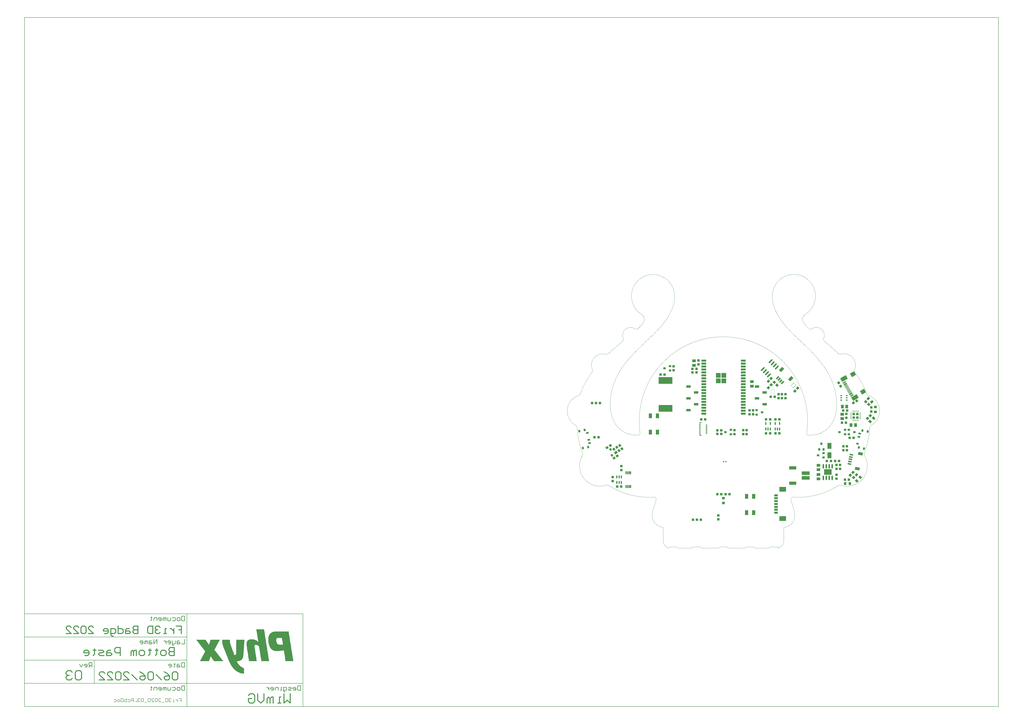
<source format=gbp>
G04*
G04 #@! TF.GenerationSoftware,Altium Limited,Altium Designer,22.6.0 (29)*
G04*
G04 Layer_Color=128*
%FSLAX25Y25*%
%MOIN*%
G70*
G04*
G04 #@! TF.SameCoordinates,2F1E6D50-AEE9-41E4-90EB-1875A1A680C2*
G04*
G04*
G04 #@! TF.FilePolarity,Positive*
G04*
G01*
G75*
%ADD11C,0.00787*%
%ADD12C,0.01575*%
%ADD14C,0.00394*%
%ADD15C,0.00984*%
%ADD65R,0.06299X0.03189*%
%ADD66R,0.11811X0.08268*%
%ADD67R,0.05906X0.05118*%
%ADD68R,0.07520X0.03937*%
%ADD69R,0.05118X0.03937*%
%ADD70R,0.04331X0.03937*%
%ADD73R,0.02362X0.04528*%
%ADD74R,0.23622X0.11811*%
%ADD75R,0.03150X0.02165*%
%ADD77R,0.03937X0.04331*%
%ADD78R,0.01968X0.02362*%
G04:AMPARAMS|DCode=81|XSize=39.37mil|YSize=43.31mil|CornerRadius=0mil|HoleSize=0mil|Usage=FLASHONLY|Rotation=135.000|XOffset=0mil|YOffset=0mil|HoleType=Round|Shape=Rectangle|*
%AMROTATEDRECTD81*
4,1,4,0.02923,0.00139,-0.00139,-0.02923,-0.02923,-0.00139,0.00139,0.02923,0.02923,0.00139,0.0*
%
%ADD81ROTATEDRECTD81*%

%ADD82R,0.03937X0.03347*%
%ADD83R,0.03937X0.03347*%
%ADD85R,0.05118X0.05906*%
%ADD86R,0.13386X0.05906*%
%ADD87R,0.12205X0.05512*%
%ADD88O,0.02362X0.07874*%
%ADD89R,0.12992X0.09488*%
%ADD90R,0.03740X0.01575*%
%ADD91R,0.03150X0.01181*%
%ADD92R,0.02559X0.01181*%
%ADD95O,0.01772X0.05512*%
G04:AMPARAMS|DCode=97|XSize=51.18mil|YSize=39.37mil|CornerRadius=0mil|HoleSize=0mil|Usage=FLASHONLY|Rotation=45.000|XOffset=0mil|YOffset=0mil|HoleType=Round|Shape=Rectangle|*
%AMROTATEDRECTD97*
4,1,4,-0.00418,-0.03202,-0.03202,-0.00418,0.00418,0.03202,0.03202,0.00418,-0.00418,-0.03202,0.0*
%
%ADD97ROTATEDRECTD97*%

G04:AMPARAMS|DCode=98|XSize=51.18mil|YSize=39.37mil|CornerRadius=0mil|HoleSize=0mil|Usage=FLASHONLY|Rotation=315.000|XOffset=0mil|YOffset=0mil|HoleType=Round|Shape=Rectangle|*
%AMROTATEDRECTD98*
4,1,4,-0.03202,0.00418,-0.00418,0.03202,0.03202,-0.00418,0.00418,-0.03202,-0.03202,0.00418,0.0*
%
%ADD98ROTATEDRECTD98*%

G04:AMPARAMS|DCode=99|XSize=39.37mil|YSize=43.31mil|CornerRadius=0mil|HoleSize=0mil|Usage=FLASHONLY|Rotation=225.000|XOffset=0mil|YOffset=0mil|HoleType=Round|Shape=Rectangle|*
%AMROTATEDRECTD99*
4,1,4,-0.00139,0.02923,0.02923,-0.00139,0.00139,-0.02923,-0.02923,0.00139,-0.00139,0.02923,0.0*
%
%ADD99ROTATEDRECTD99*%

%ADD100R,0.03347X0.03937*%
%ADD101R,0.03347X0.03937*%
G04:AMPARAMS|DCode=102|XSize=27.56mil|YSize=43.31mil|CornerRadius=0mil|HoleSize=0mil|Usage=FLASHONLY|Rotation=78.000|XOffset=0mil|YOffset=0mil|HoleType=Round|Shape=Rectangle|*
%AMROTATEDRECTD102*
4,1,4,0.01832,-0.01798,-0.02405,-0.00898,-0.01832,0.01798,0.02405,0.00898,0.01832,-0.01798,0.0*
%
%ADD102ROTATEDRECTD102*%

G04:AMPARAMS|DCode=103|XSize=39.37mil|YSize=31.5mil|CornerRadius=0mil|HoleSize=0mil|Usage=FLASHONLY|Rotation=78.000|XOffset=0mil|YOffset=0mil|HoleType=Round|Shape=Rectangle|*
%AMROTATEDRECTD103*
4,1,4,0.01131,-0.02253,-0.01950,-0.01598,-0.01131,0.02253,0.01950,0.01598,0.01131,-0.02253,0.0*
%
%ADD103ROTATEDRECTD103*%

%ADD104R,0.05512X0.07874*%
%ADD106O,0.02953X0.00984*%
%ADD107O,0.00984X0.02953*%
%ADD110R,0.00984X0.01083*%
%ADD111R,0.01083X0.00984*%
G04:AMPARAMS|DCode=112|XSize=27.56mil|YSize=43.31mil|CornerRadius=0mil|HoleSize=0mil|Usage=FLASHONLY|Rotation=282.000|XOffset=0mil|YOffset=0mil|HoleType=Round|Shape=Rectangle|*
%AMROTATEDRECTD112*
4,1,4,-0.02405,0.00898,0.01832,0.01798,0.02405,-0.00898,-0.01832,-0.01798,-0.02405,0.00898,0.0*
%
%ADD112ROTATEDRECTD112*%

G04:AMPARAMS|DCode=113|XSize=39.37mil|YSize=31.5mil|CornerRadius=0mil|HoleSize=0mil|Usage=FLASHONLY|Rotation=282.000|XOffset=0mil|YOffset=0mil|HoleType=Round|Shape=Rectangle|*
%AMROTATEDRECTD113*
4,1,4,-0.01950,0.01598,0.01131,0.02253,0.01950,-0.01598,-0.01131,-0.02253,-0.01950,0.01598,0.0*
%
%ADD113ROTATEDRECTD113*%

%ADD114R,0.06693X0.10236*%
%ADD115R,0.03937X0.05118*%
%ADD116R,0.07874X0.03543*%
G04:AMPARAMS|DCode=179|XSize=68.9mil|YSize=108.8mil|CornerRadius=0mil|HoleSize=0mil|Usage=FLASHONLY|Rotation=300.000|XOffset=0mil|YOffset=0mil|HoleType=Round|Shape=Rectangle|*
%AMROTATEDRECTD179*
4,1,4,-0.06433,0.00263,0.02989,0.05703,0.06433,-0.00263,-0.02989,-0.05703,-0.06433,0.00263,0.0*
%
%ADD179ROTATEDRECTD179*%

G04:AMPARAMS|DCode=180|XSize=68.9mil|YSize=78.74mil|CornerRadius=0mil|HoleSize=0mil|Usage=FLASHONLY|Rotation=120.000|XOffset=0mil|YOffset=0mil|HoleType=Round|Shape=Rectangle|*
%AMROTATEDRECTD180*
4,1,4,0.05132,-0.01015,-0.01687,-0.04952,-0.05132,0.01015,0.01687,0.04952,0.05132,-0.01015,0.0*
%
%ADD180ROTATEDRECTD180*%

%ADD181R,0.03937X0.03937*%
%ADD182R,0.03937X0.03937*%
%ADD183R,0.07874X0.07874*%
G04:AMPARAMS|DCode=184|XSize=39.37mil|YSize=43.31mil|CornerRadius=0mil|HoleSize=0mil|Usage=FLASHONLY|Rotation=34.000|XOffset=0mil|YOffset=0mil|HoleType=Round|Shape=Rectangle|*
%AMROTATEDRECTD184*
4,1,4,-0.00421,-0.02896,-0.02843,0.00694,0.00421,0.02896,0.02843,-0.00694,-0.00421,-0.02896,0.0*
%
%ADD184ROTATEDRECTD184*%

G04:AMPARAMS|DCode=185|XSize=33.47mil|YSize=39.37mil|CornerRadius=0mil|HoleSize=0mil|Usage=FLASHONLY|Rotation=34.000|XOffset=0mil|YOffset=0mil|HoleType=Round|Shape=Rectangle|*
%AMROTATEDRECTD185*
4,1,4,-0.00286,-0.02568,-0.02488,0.00696,0.00286,0.02568,0.02488,-0.00696,-0.00286,-0.02568,0.0*
%
%ADD185ROTATEDRECTD185*%

G04:AMPARAMS|DCode=186|XSize=33.47mil|YSize=39.37mil|CornerRadius=0mil|HoleSize=0mil|Usage=FLASHONLY|Rotation=34.000|XOffset=0mil|YOffset=0mil|HoleType=Round|Shape=Rectangle|*
%AMROTATEDRECTD186*
4,1,4,-0.00286,-0.02568,-0.02488,0.00696,0.00286,0.02568,0.02488,-0.00696,-0.00286,-0.02568,0.0*
%
%ADD186ROTATEDRECTD186*%

G04:AMPARAMS|DCode=187|XSize=11.81mil|YSize=13.78mil|CornerRadius=0mil|HoleSize=0mil|Usage=FLASHONLY|Rotation=315.000|XOffset=0mil|YOffset=0mil|HoleType=Round|Shape=Rectangle|*
%AMROTATEDRECTD187*
4,1,4,-0.00905,-0.00070,0.00070,0.00905,0.00905,0.00070,-0.00070,-0.00905,-0.00905,-0.00070,0.0*
%
%ADD187ROTATEDRECTD187*%

G04:AMPARAMS|DCode=188|XSize=11.81mil|YSize=13.78mil|CornerRadius=0mil|HoleSize=0mil|Usage=FLASHONLY|Rotation=225.000|XOffset=0mil|YOffset=0mil|HoleType=Round|Shape=Rectangle|*
%AMROTATEDRECTD188*
4,1,4,-0.00070,0.00905,0.00905,-0.00070,0.00070,-0.00905,-0.00905,0.00070,-0.00070,0.00905,0.0*
%
%ADD188ROTATEDRECTD188*%

G04:AMPARAMS|DCode=189|XSize=11.81mil|YSize=57.09mil|CornerRadius=0mil|HoleSize=0mil|Usage=FLASHONLY|Rotation=120.000|XOffset=0mil|YOffset=0mil|HoleType=Round|Shape=Rectangle|*
%AMROTATEDRECTD189*
4,1,4,0.02767,0.00916,-0.02177,-0.01939,-0.02767,-0.00916,0.02177,0.01939,0.02767,0.00916,0.0*
%
%ADD189ROTATEDRECTD189*%

G04:AMPARAMS|DCode=190|XSize=23.62mil|YSize=61.02mil|CornerRadius=0mil|HoleSize=0mil|Usage=FLASHONLY|Rotation=135.000|XOffset=0mil|YOffset=0mil|HoleType=Round|Shape=Rectangle|*
%AMROTATEDRECTD190*
4,1,4,0.02993,0.01322,-0.01322,-0.02993,-0.02993,-0.01322,0.01322,0.02993,0.02993,0.01322,0.0*
%
%ADD190ROTATEDRECTD190*%

G04:AMPARAMS|DCode=191|XSize=47.24mil|YSize=78.74mil|CornerRadius=0mil|HoleSize=0mil|Usage=FLASHONLY|Rotation=315.000|XOffset=0mil|YOffset=0mil|HoleType=Round|Shape=Rectangle|*
%AMROTATEDRECTD191*
4,1,4,-0.04454,-0.01114,0.01114,0.04454,0.04454,0.01114,-0.01114,-0.04454,-0.04454,-0.01114,0.0*
%
%ADD191ROTATEDRECTD191*%

G04:AMPARAMS|DCode=192|XSize=39.37mil|YSize=43.31mil|CornerRadius=0mil|HoleSize=0mil|Usage=FLASHONLY|Rotation=124.000|XOffset=0mil|YOffset=0mil|HoleType=Round|Shape=Rectangle|*
%AMROTATEDRECTD192*
4,1,4,0.02896,-0.00421,-0.00694,-0.02843,-0.02896,0.00421,0.00694,0.02843,0.02896,-0.00421,0.0*
%
%ADD192ROTATEDRECTD192*%

G04:AMPARAMS|DCode=193|XSize=23.62mil|YSize=61.02mil|CornerRadius=0mil|HoleSize=0mil|Usage=FLASHONLY|Rotation=78.000|XOffset=0mil|YOffset=0mil|HoleType=Round|Shape=Rectangle|*
%AMROTATEDRECTD193*
4,1,4,0.02739,-0.01790,-0.03230,-0.00521,-0.02739,0.01790,0.03230,0.00521,0.02739,-0.01790,0.0*
%
%ADD193ROTATEDRECTD193*%

G04:AMPARAMS|DCode=194|XSize=47.24mil|YSize=78.74mil|CornerRadius=0mil|HoleSize=0mil|Usage=FLASHONLY|Rotation=78.000|XOffset=0mil|YOffset=0mil|HoleType=Round|Shape=Rectangle|*
%AMROTATEDRECTD194*
4,1,4,0.03360,-0.03129,-0.04342,-0.01492,-0.03360,0.03129,0.04342,0.01492,0.03360,-0.03129,0.0*
%
%ADD194ROTATEDRECTD194*%

G04:AMPARAMS|DCode=195|XSize=23.62mil|YSize=86.61mil|CornerRadius=0mil|HoleSize=0mil|Usage=FLASHONLY|Rotation=315.000|XOffset=0mil|YOffset=0mil|HoleType=Round|Shape=Round|*
%AMOVALD195*
21,1,0.06299,0.02362,0.00000,0.00000,45.0*
1,1,0.02362,-0.02227,-0.02227*
1,1,0.02362,0.02227,0.02227*
%
%ADD195OVALD195*%

G04:AMPARAMS|DCode=196|XSize=39.37mil|YSize=43.31mil|CornerRadius=0mil|HoleSize=0mil|Usage=FLASHONLY|Rotation=120.000|XOffset=0mil|YOffset=0mil|HoleType=Round|Shape=Rectangle|*
%AMROTATEDRECTD196*
4,1,4,0.02859,-0.00622,-0.00891,-0.02788,-0.02859,0.00622,0.00891,0.02788,0.02859,-0.00622,0.0*
%
%ADD196ROTATEDRECTD196*%

G04:AMPARAMS|DCode=197|XSize=39.37mil|YSize=43.31mil|CornerRadius=0mil|HoleSize=0mil|Usage=FLASHONLY|Rotation=210.000|XOffset=0mil|YOffset=0mil|HoleType=Round|Shape=Rectangle|*
%AMROTATEDRECTD197*
4,1,4,0.00622,0.02859,0.02788,-0.00891,-0.00622,-0.02859,-0.02788,0.00891,0.00622,0.02859,0.0*
%
%ADD197ROTATEDRECTD197*%

G36*
X-42265Y-141778D02*
X-43983D01*
Y-142065D01*
X-44842D01*
Y-142351D01*
X-45701D01*
Y-142637D01*
X-46560D01*
Y-142924D01*
X-47132D01*
Y-143210D01*
X-47419D01*
Y-143496D01*
X-47991D01*
Y-143783D01*
X-48278D01*
Y-144069D01*
X-48850D01*
Y-144355D01*
X-49136D01*
Y-144641D01*
X-49423D01*
Y-144928D01*
X-49709D01*
Y-145214D01*
X-49995D01*
Y-145501D01*
X-50282D01*
Y-145787D01*
X-50568D01*
Y-146073D01*
Y-146359D01*
X-50854D01*
Y-146646D01*
X-51141D01*
Y-146932D01*
Y-147218D01*
X-51427D01*
Y-147505D01*
X-51713D01*
Y-147791D01*
Y-148077D01*
X-52000D01*
Y-148364D01*
Y-148650D01*
Y-148936D01*
X-52286D01*
Y-149223D01*
Y-149509D01*
Y-149795D01*
X-52572D01*
Y-150082D01*
Y-150368D01*
Y-150654D01*
Y-150940D01*
X-52859D01*
Y-151227D01*
Y-151513D01*
Y-151799D01*
Y-152086D01*
Y-152372D01*
X-53145D01*
Y-152658D01*
Y-152945D01*
Y-153231D01*
Y-153517D01*
Y-153804D01*
Y-154090D01*
Y-154376D01*
Y-154663D01*
Y-154949D01*
Y-155235D01*
Y-155521D01*
Y-155808D01*
Y-156094D01*
Y-156380D01*
Y-156667D01*
Y-156953D01*
Y-157239D01*
Y-157526D01*
Y-157812D01*
Y-158098D01*
X-52859D01*
Y-158385D01*
Y-158671D01*
Y-158957D01*
Y-159244D01*
Y-159530D01*
Y-159816D01*
Y-160102D01*
X-52572D01*
Y-160389D01*
Y-160675D01*
Y-160961D01*
Y-161248D01*
Y-161534D01*
X-52286D01*
Y-161820D01*
Y-162107D01*
Y-162393D01*
Y-162679D01*
Y-162966D01*
X-52000D01*
Y-163252D01*
Y-163538D01*
Y-163824D01*
X-51713D01*
Y-164111D01*
Y-164397D01*
Y-164683D01*
Y-164970D01*
X-51427D01*
Y-165256D01*
Y-165542D01*
Y-165829D01*
X-51141D01*
Y-166115D01*
Y-166401D01*
X-50854D01*
Y-166688D01*
Y-166974D01*
Y-167260D01*
X-50568D01*
Y-167547D01*
Y-167833D01*
X-50282D01*
Y-168119D01*
Y-168405D01*
X-49995D01*
Y-168692D01*
Y-168978D01*
X-49709D01*
Y-169264D01*
X-49423D01*
Y-169551D01*
Y-169837D01*
X-49136D01*
Y-170123D01*
X-48850D01*
Y-170410D01*
X-48564D01*
Y-170696D01*
Y-170982D01*
X-48278D01*
Y-171269D01*
X-47991D01*
Y-171555D01*
X-47705D01*
Y-171841D01*
X-47419D01*
Y-172127D01*
X-47132D01*
Y-172414D01*
X-46560D01*
Y-172700D01*
X-46273D01*
Y-172986D01*
X-45701D01*
Y-173273D01*
X-45414D01*
Y-173559D01*
X-44842D01*
Y-173845D01*
X-43983D01*
Y-174132D01*
X-43124D01*
Y-174418D01*
X-42265D01*
Y-174704D01*
X-40547D01*
Y-174991D01*
X-35394D01*
Y-174704D01*
X-32817D01*
Y-174418D01*
X-30812D01*
Y-174132D01*
X-29381D01*
Y-173845D01*
X-27949D01*
Y-173559D01*
X-26518D01*
Y-173845D01*
Y-174132D01*
Y-174418D01*
Y-174704D01*
Y-174991D01*
Y-175277D01*
Y-175563D01*
X-26232D01*
Y-175850D01*
Y-176136D01*
Y-176422D01*
Y-176709D01*
Y-176995D01*
Y-177281D01*
X-25945D01*
Y-177568D01*
Y-177854D01*
Y-178140D01*
Y-178426D01*
Y-178713D01*
Y-178999D01*
X-25659D01*
Y-179285D01*
Y-179572D01*
Y-179858D01*
Y-180144D01*
Y-180431D01*
Y-180717D01*
Y-181003D01*
X-25372D01*
Y-181290D01*
Y-181576D01*
Y-181862D01*
Y-182149D01*
Y-182435D01*
Y-182721D01*
X-25086D01*
Y-183007D01*
Y-183294D01*
Y-183580D01*
Y-183866D01*
Y-184153D01*
Y-184439D01*
X-24800D01*
Y-184725D01*
Y-185012D01*
Y-185298D01*
Y-185584D01*
Y-185871D01*
Y-186157D01*
Y-186443D01*
X-24514D01*
Y-186730D01*
Y-187016D01*
Y-187302D01*
Y-187588D01*
Y-187875D01*
Y-188161D01*
X-24227D01*
Y-188447D01*
Y-188734D01*
Y-189020D01*
Y-189306D01*
Y-189593D01*
Y-189879D01*
X-23941D01*
Y-190165D01*
Y-190452D01*
Y-190738D01*
Y-191024D01*
Y-191311D01*
Y-191597D01*
Y-191883D01*
X-10484D01*
Y-191597D01*
X-10771D01*
Y-191311D01*
Y-191024D01*
Y-190738D01*
Y-190452D01*
Y-190165D01*
X-11057D01*
Y-189879D01*
Y-189593D01*
Y-189306D01*
Y-189020D01*
Y-188734D01*
Y-188447D01*
Y-188161D01*
X-11343D01*
Y-187875D01*
Y-187588D01*
Y-187302D01*
Y-187016D01*
Y-186730D01*
Y-186443D01*
X-11630D01*
Y-186157D01*
Y-185871D01*
Y-185584D01*
Y-185298D01*
Y-185012D01*
Y-184725D01*
X-11916D01*
Y-184439D01*
Y-184153D01*
Y-183866D01*
Y-183580D01*
Y-183294D01*
Y-183007D01*
Y-182721D01*
X-12202D01*
Y-182435D01*
Y-182149D01*
Y-181862D01*
Y-181576D01*
Y-181290D01*
Y-181003D01*
X-12488D01*
Y-180717D01*
Y-180431D01*
Y-180144D01*
Y-179858D01*
Y-179572D01*
Y-179285D01*
X-12775D01*
Y-178999D01*
Y-178713D01*
Y-178426D01*
Y-178140D01*
Y-177854D01*
Y-177568D01*
X-13061D01*
Y-177281D01*
Y-176995D01*
Y-176709D01*
Y-176422D01*
Y-176136D01*
Y-175850D01*
Y-175563D01*
X-13347D01*
Y-175277D01*
Y-174991D01*
Y-174704D01*
Y-174418D01*
Y-174132D01*
Y-173845D01*
X-13634D01*
Y-173559D01*
Y-173273D01*
Y-172986D01*
Y-172700D01*
Y-172414D01*
Y-172127D01*
X-13920D01*
Y-171841D01*
Y-171555D01*
Y-171269D01*
Y-170982D01*
Y-170696D01*
Y-170410D01*
X-14206D01*
Y-170123D01*
Y-169837D01*
Y-169551D01*
Y-169264D01*
Y-168978D01*
Y-168692D01*
Y-168405D01*
X-14493D01*
Y-168119D01*
Y-167833D01*
Y-167547D01*
Y-167260D01*
Y-166974D01*
Y-166688D01*
X-14779D01*
Y-166401D01*
Y-166115D01*
Y-165829D01*
Y-165542D01*
Y-165256D01*
Y-164970D01*
X-15065D01*
Y-164683D01*
Y-164397D01*
Y-164111D01*
Y-163824D01*
Y-163538D01*
Y-163252D01*
Y-162966D01*
X-15352D01*
Y-162679D01*
Y-162393D01*
Y-162107D01*
Y-161820D01*
Y-161534D01*
Y-161248D01*
X-15638D01*
Y-160961D01*
Y-160675D01*
Y-160389D01*
Y-160102D01*
Y-159816D01*
Y-159530D01*
X-15924D01*
Y-159244D01*
Y-158957D01*
Y-158671D01*
Y-158385D01*
Y-158098D01*
Y-157812D01*
X-16210D01*
Y-157526D01*
Y-157239D01*
Y-156953D01*
Y-156667D01*
Y-156380D01*
Y-156094D01*
Y-155808D01*
X-16497D01*
Y-155521D01*
Y-155235D01*
Y-154949D01*
Y-154663D01*
Y-154376D01*
Y-154090D01*
X-16783D01*
Y-153804D01*
Y-153517D01*
Y-153231D01*
Y-152945D01*
Y-152658D01*
Y-152372D01*
X-17069D01*
Y-152086D01*
Y-151799D01*
Y-151513D01*
Y-151227D01*
Y-150940D01*
Y-150654D01*
Y-150368D01*
X-17356D01*
Y-150082D01*
Y-149795D01*
Y-149509D01*
Y-149223D01*
Y-148936D01*
Y-148650D01*
X-17642D01*
Y-148364D01*
Y-148077D01*
Y-147791D01*
Y-147505D01*
Y-147218D01*
Y-146932D01*
X-17928D01*
Y-146646D01*
Y-146359D01*
Y-146073D01*
Y-145787D01*
Y-145501D01*
Y-145214D01*
Y-144928D01*
X-18215D01*
Y-144641D01*
Y-144355D01*
Y-144069D01*
Y-143783D01*
Y-143496D01*
Y-143210D01*
X-18501D01*
Y-142924D01*
Y-142637D01*
Y-142351D01*
Y-142065D01*
Y-141778D01*
Y-141492D01*
X-42265D01*
Y-141778D01*
D02*
G37*
G36*
X-73473Y-138343D02*
Y-138629D01*
X-73187D01*
Y-138915D01*
Y-139202D01*
Y-139488D01*
Y-139774D01*
Y-140060D01*
Y-140347D01*
X-72900D01*
Y-140633D01*
Y-140919D01*
Y-141206D01*
Y-141492D01*
Y-141778D01*
Y-142065D01*
X-72614D01*
Y-142351D01*
Y-142637D01*
Y-142924D01*
Y-143210D01*
Y-143496D01*
Y-143783D01*
Y-144069D01*
X-72328D01*
Y-144355D01*
Y-144641D01*
Y-144928D01*
Y-145214D01*
Y-145501D01*
Y-145787D01*
X-72041D01*
Y-146073D01*
Y-146359D01*
Y-146646D01*
Y-146932D01*
Y-147218D01*
Y-147505D01*
X-71755D01*
Y-147791D01*
Y-148077D01*
Y-148364D01*
Y-148650D01*
Y-148936D01*
Y-149223D01*
Y-149509D01*
X-71469D01*
Y-149795D01*
Y-150082D01*
Y-150368D01*
Y-150654D01*
Y-150940D01*
Y-151227D01*
X-71183D01*
Y-151513D01*
Y-151799D01*
Y-152086D01*
Y-152372D01*
Y-152658D01*
Y-152945D01*
X-70896D01*
Y-153231D01*
Y-153517D01*
Y-153804D01*
Y-154090D01*
Y-154376D01*
Y-154663D01*
X-70610D01*
Y-154949D01*
Y-155235D01*
Y-155521D01*
Y-155808D01*
Y-156094D01*
Y-156380D01*
Y-156667D01*
X-70324D01*
Y-156953D01*
Y-157239D01*
Y-157526D01*
Y-157812D01*
Y-158098D01*
Y-158385D01*
X-70037D01*
Y-158671D01*
Y-158957D01*
X-70610D01*
Y-158671D01*
X-70896D01*
Y-158385D01*
X-71183D01*
Y-158098D01*
X-71755D01*
Y-157812D01*
X-72041D01*
Y-157526D01*
X-72328D01*
Y-157239D01*
X-72900D01*
Y-156953D01*
X-73473D01*
Y-156667D01*
X-73759D01*
Y-156380D01*
X-74332D01*
Y-156094D01*
X-75191D01*
Y-155808D01*
X-75764D01*
Y-155521D01*
X-76622D01*
Y-155235D01*
X-78054D01*
Y-154949D01*
X-84353D01*
Y-155235D01*
X-85498D01*
Y-155521D01*
X-86357D01*
Y-155808D01*
X-86930D01*
Y-156094D01*
X-87216D01*
Y-156380D01*
X-87789D01*
Y-156667D01*
X-88075D01*
Y-156953D01*
X-88361D01*
Y-157239D01*
X-88648D01*
Y-157526D01*
X-88934D01*
Y-157812D01*
Y-158098D01*
X-89220D01*
Y-158385D01*
Y-158671D01*
X-89507D01*
Y-158957D01*
Y-159244D01*
Y-159530D01*
X-89793D01*
Y-159816D01*
Y-160102D01*
Y-160389D01*
Y-160675D01*
X-90079D01*
Y-160961D01*
Y-161248D01*
Y-161534D01*
Y-161820D01*
Y-162107D01*
Y-162393D01*
Y-162679D01*
Y-162966D01*
Y-163252D01*
Y-163538D01*
Y-163824D01*
Y-164111D01*
Y-164397D01*
Y-164683D01*
Y-164970D01*
Y-165256D01*
Y-165542D01*
Y-165829D01*
X-89793D01*
Y-166115D01*
Y-166401D01*
Y-166688D01*
Y-166974D01*
Y-167260D01*
Y-167547D01*
Y-167833D01*
X-89507D01*
Y-168119D01*
Y-168405D01*
Y-168692D01*
Y-168978D01*
Y-169264D01*
Y-169551D01*
Y-169837D01*
X-89220D01*
Y-170123D01*
Y-170410D01*
Y-170696D01*
Y-170982D01*
Y-171269D01*
Y-171555D01*
X-88934D01*
Y-171841D01*
Y-172127D01*
Y-172414D01*
Y-172700D01*
Y-172986D01*
Y-173273D01*
X-88648D01*
Y-173559D01*
Y-173845D01*
Y-174132D01*
Y-174418D01*
Y-174704D01*
Y-174991D01*
X-88361D01*
Y-175277D01*
Y-175563D01*
Y-175850D01*
Y-176136D01*
Y-176422D01*
Y-176709D01*
Y-176995D01*
X-88075D01*
Y-177281D01*
Y-177568D01*
Y-177854D01*
Y-178140D01*
Y-178426D01*
Y-178713D01*
X-87789D01*
Y-178999D01*
Y-179285D01*
Y-179572D01*
Y-179858D01*
Y-180144D01*
Y-180431D01*
X-87502D01*
Y-180717D01*
Y-181003D01*
Y-181290D01*
Y-181576D01*
Y-181862D01*
Y-182149D01*
Y-182435D01*
X-87216D01*
Y-182721D01*
Y-183007D01*
Y-183294D01*
Y-183580D01*
Y-183866D01*
Y-184153D01*
X-86930D01*
Y-184439D01*
Y-184725D01*
Y-185012D01*
Y-185298D01*
Y-185584D01*
Y-185871D01*
X-86643D01*
Y-186157D01*
Y-186443D01*
Y-186730D01*
Y-187016D01*
Y-187302D01*
Y-187588D01*
X-86357D01*
Y-187875D01*
Y-188161D01*
Y-188447D01*
Y-188734D01*
Y-189020D01*
Y-189306D01*
Y-189593D01*
X-86071D01*
Y-189879D01*
Y-190165D01*
Y-190452D01*
Y-190738D01*
Y-191024D01*
Y-191311D01*
X-85785D01*
Y-191597D01*
Y-191883D01*
X-72614D01*
Y-191597D01*
Y-191311D01*
X-72900D01*
Y-191024D01*
Y-190738D01*
Y-190452D01*
Y-190165D01*
Y-189879D01*
Y-189593D01*
X-73187D01*
Y-189306D01*
Y-189020D01*
Y-188734D01*
Y-188447D01*
Y-188161D01*
Y-187875D01*
Y-187588D01*
X-73473D01*
Y-187302D01*
Y-187016D01*
Y-186730D01*
Y-186443D01*
Y-186157D01*
Y-185871D01*
X-73759D01*
Y-185584D01*
Y-185298D01*
Y-185012D01*
Y-184725D01*
Y-184439D01*
Y-184153D01*
X-74046D01*
Y-183866D01*
Y-183580D01*
Y-183294D01*
Y-183007D01*
Y-182721D01*
Y-182435D01*
Y-182149D01*
X-74332D01*
Y-181862D01*
Y-181576D01*
Y-181290D01*
Y-181003D01*
Y-180717D01*
Y-180431D01*
X-74618D01*
Y-180144D01*
Y-179858D01*
Y-179572D01*
Y-179285D01*
Y-178999D01*
Y-178713D01*
Y-178426D01*
X-74905D01*
Y-178140D01*
Y-177854D01*
Y-177568D01*
Y-177281D01*
Y-176995D01*
Y-176709D01*
X-75191D01*
Y-176422D01*
Y-176136D01*
Y-175850D01*
Y-175563D01*
Y-175277D01*
Y-174991D01*
X-75477D01*
Y-174704D01*
Y-174418D01*
Y-174132D01*
Y-173845D01*
Y-173559D01*
Y-173273D01*
X-75764D01*
Y-172986D01*
Y-172700D01*
Y-172414D01*
Y-172127D01*
Y-171841D01*
Y-171555D01*
Y-171269D01*
X-76050D01*
Y-170982D01*
Y-170696D01*
Y-170410D01*
Y-170123D01*
Y-169837D01*
Y-169551D01*
X-76336D01*
Y-169264D01*
Y-168978D01*
Y-168692D01*
Y-168405D01*
Y-168119D01*
Y-167833D01*
Y-167547D01*
X-76622D01*
Y-167260D01*
Y-166974D01*
Y-166688D01*
Y-166401D01*
Y-166115D01*
Y-165829D01*
X-76336D01*
Y-165542D01*
Y-165256D01*
X-76050D01*
Y-164970D01*
X-75764D01*
Y-164683D01*
X-75191D01*
Y-164397D01*
X-73473D01*
Y-164683D01*
X-72041D01*
Y-164970D01*
X-71183D01*
Y-165256D01*
X-70610D01*
Y-165542D01*
X-70324D01*
Y-165829D01*
X-69751D01*
Y-166115D01*
X-69465D01*
Y-166401D01*
X-69178D01*
Y-166688D01*
Y-166974D01*
X-68892D01*
Y-167260D01*
Y-167547D01*
Y-167833D01*
X-68606D01*
Y-168119D01*
Y-168405D01*
Y-168692D01*
Y-168978D01*
Y-169264D01*
Y-169551D01*
X-68319D01*
Y-169837D01*
Y-170123D01*
Y-170410D01*
Y-170696D01*
Y-170982D01*
Y-171269D01*
Y-171555D01*
X-68033D01*
Y-171841D01*
Y-172127D01*
Y-172414D01*
Y-172700D01*
Y-172986D01*
Y-173273D01*
X-67747D01*
Y-173559D01*
Y-173845D01*
Y-174132D01*
Y-174418D01*
Y-174704D01*
Y-174991D01*
X-67461D01*
Y-175277D01*
Y-175563D01*
Y-175850D01*
Y-176136D01*
Y-176422D01*
Y-176709D01*
X-67174D01*
Y-176995D01*
Y-177281D01*
Y-177568D01*
Y-177854D01*
Y-178140D01*
Y-178426D01*
Y-178713D01*
X-66888D01*
Y-178999D01*
Y-179285D01*
Y-179572D01*
Y-179858D01*
Y-180144D01*
Y-180431D01*
X-66602D01*
Y-180717D01*
Y-181003D01*
Y-181290D01*
Y-181576D01*
Y-181862D01*
Y-182149D01*
X-66315D01*
Y-182435D01*
Y-182721D01*
Y-183007D01*
Y-183294D01*
Y-183580D01*
Y-183866D01*
Y-184153D01*
X-66029D01*
Y-184439D01*
Y-184725D01*
Y-185012D01*
Y-185298D01*
Y-185584D01*
Y-185871D01*
X-65743D01*
Y-186157D01*
Y-186443D01*
Y-186730D01*
Y-187016D01*
Y-187302D01*
Y-187588D01*
X-65456D01*
Y-187875D01*
Y-188161D01*
Y-188447D01*
Y-188734D01*
Y-189020D01*
Y-189306D01*
X-65170D01*
Y-189593D01*
Y-189879D01*
Y-190165D01*
Y-190452D01*
Y-190738D01*
Y-191024D01*
Y-191311D01*
X-64884D01*
Y-191597D01*
Y-191883D01*
X-51713D01*
Y-191597D01*
Y-191311D01*
X-52000D01*
Y-191024D01*
Y-190738D01*
Y-190452D01*
Y-190165D01*
Y-189879D01*
Y-189593D01*
Y-189306D01*
X-52286D01*
Y-189020D01*
Y-188734D01*
Y-188447D01*
Y-188161D01*
Y-187875D01*
Y-187588D01*
X-52572D01*
Y-187302D01*
Y-187016D01*
Y-186730D01*
Y-186443D01*
Y-186157D01*
Y-185871D01*
X-52859D01*
Y-185584D01*
Y-185298D01*
Y-185012D01*
Y-184725D01*
Y-184439D01*
Y-184153D01*
Y-183866D01*
X-53145D01*
Y-183580D01*
Y-183294D01*
Y-183007D01*
Y-182721D01*
Y-182435D01*
Y-182149D01*
X-53431D01*
Y-181862D01*
Y-181576D01*
Y-181290D01*
Y-181003D01*
Y-180717D01*
Y-180431D01*
X-53717D01*
Y-180144D01*
Y-179858D01*
Y-179572D01*
Y-179285D01*
Y-178999D01*
Y-178713D01*
X-54004D01*
Y-178426D01*
Y-178140D01*
Y-177854D01*
Y-177568D01*
Y-177281D01*
Y-176995D01*
Y-176709D01*
X-54290D01*
Y-176422D01*
Y-176136D01*
Y-175850D01*
Y-175563D01*
Y-175277D01*
Y-174991D01*
X-54576D01*
Y-174704D01*
Y-174418D01*
Y-174132D01*
Y-173845D01*
Y-173559D01*
Y-173273D01*
X-54863D01*
Y-172986D01*
Y-172700D01*
Y-172414D01*
Y-172127D01*
Y-171841D01*
Y-171555D01*
Y-171269D01*
X-55149D01*
Y-170982D01*
Y-170696D01*
Y-170410D01*
Y-170123D01*
Y-169837D01*
Y-169551D01*
X-55435D01*
Y-169264D01*
Y-168978D01*
Y-168692D01*
Y-168405D01*
Y-168119D01*
Y-167833D01*
X-55722D01*
Y-167547D01*
Y-167260D01*
Y-166974D01*
Y-166688D01*
Y-166401D01*
Y-166115D01*
X-56008D01*
Y-165829D01*
Y-165542D01*
Y-165256D01*
Y-164970D01*
Y-164683D01*
Y-164397D01*
Y-164111D01*
X-56294D01*
Y-163824D01*
Y-163538D01*
Y-163252D01*
Y-162966D01*
Y-162679D01*
Y-162393D01*
X-56581D01*
Y-162107D01*
Y-161820D01*
Y-161534D01*
Y-161248D01*
Y-160961D01*
Y-160675D01*
X-56867D01*
Y-160389D01*
Y-160102D01*
Y-159816D01*
Y-159530D01*
Y-159244D01*
Y-158957D01*
X-57153D01*
Y-158671D01*
Y-158385D01*
Y-158098D01*
Y-157812D01*
Y-157526D01*
Y-157239D01*
Y-156953D01*
X-57440D01*
Y-156667D01*
Y-156380D01*
Y-156094D01*
Y-155808D01*
Y-155521D01*
Y-155235D01*
X-57726D01*
Y-154949D01*
Y-154663D01*
Y-154376D01*
Y-154090D01*
Y-153804D01*
Y-153517D01*
X-58012D01*
Y-153231D01*
Y-152945D01*
Y-152658D01*
Y-152372D01*
Y-152086D01*
Y-151799D01*
Y-151513D01*
X-58298D01*
Y-151227D01*
Y-150940D01*
Y-150654D01*
Y-150368D01*
Y-150082D01*
Y-149795D01*
X-58585D01*
Y-149509D01*
Y-149223D01*
Y-148936D01*
Y-148650D01*
Y-148364D01*
Y-148077D01*
X-58871D01*
Y-147791D01*
Y-147505D01*
Y-147218D01*
Y-146932D01*
Y-146646D01*
Y-146359D01*
X-59157D01*
Y-146073D01*
Y-145787D01*
Y-145501D01*
Y-145214D01*
Y-144928D01*
Y-144641D01*
Y-144355D01*
X-59444D01*
Y-144069D01*
Y-143783D01*
Y-143496D01*
Y-143210D01*
Y-142924D01*
Y-142637D01*
X-59730D01*
Y-142351D01*
Y-142065D01*
Y-141778D01*
Y-141492D01*
Y-141206D01*
Y-140919D01*
X-60016D01*
Y-140633D01*
Y-140347D01*
Y-140060D01*
Y-139774D01*
Y-139488D01*
Y-139202D01*
Y-138915D01*
X-60303D01*
Y-138629D01*
Y-138343D01*
Y-138056D01*
X-73473D01*
Y-138343D01*
D02*
G37*
G36*
X-175400Y-155808D02*
X-175114D01*
Y-156094D01*
X-174828D01*
Y-156380D01*
Y-156667D01*
X-174541D01*
Y-156953D01*
X-174255D01*
Y-157239D01*
X-173969D01*
Y-157526D01*
Y-157812D01*
X-173683D01*
Y-158098D01*
X-173396D01*
Y-158385D01*
X-173110D01*
Y-158671D01*
X-172824D01*
Y-158957D01*
Y-159244D01*
X-172537D01*
Y-159530D01*
X-172251D01*
Y-159816D01*
X-171965D01*
Y-160102D01*
Y-160389D01*
X-171678D01*
Y-160675D01*
X-171392D01*
Y-160961D01*
X-171106D01*
Y-161248D01*
X-170819D01*
Y-161534D01*
Y-161820D01*
X-170533D01*
Y-162107D01*
X-170247D01*
Y-162393D01*
X-169960D01*
Y-162679D01*
Y-162966D01*
X-169674D01*
Y-163252D01*
X-169388D01*
Y-163538D01*
X-169102D01*
Y-163824D01*
Y-164111D01*
X-168815D01*
Y-164397D01*
X-168529D01*
Y-164683D01*
X-168243D01*
Y-164970D01*
X-167956D01*
Y-165256D01*
Y-165542D01*
X-167670D01*
Y-165829D01*
X-167384D01*
Y-166115D01*
X-167097D01*
Y-166401D01*
Y-166688D01*
X-166811D01*
Y-166974D01*
X-166525D01*
Y-167260D01*
X-166238D01*
Y-167547D01*
Y-167833D01*
X-165952D01*
Y-168119D01*
X-165666D01*
Y-168405D01*
X-165380D01*
Y-168692D01*
X-165093D01*
Y-168978D01*
Y-169264D01*
X-164807D01*
Y-169551D01*
X-164521D01*
Y-169837D01*
X-164234D01*
Y-170123D01*
Y-170410D01*
X-163948D01*
Y-170696D01*
X-163662D01*
Y-170982D01*
X-163375D01*
Y-171269D01*
Y-171555D01*
X-163089D01*
Y-171841D01*
X-162803D01*
Y-172127D01*
X-162516D01*
Y-172414D01*
X-162230D01*
Y-172700D01*
Y-172986D01*
X-161944D01*
Y-173273D01*
X-161657D01*
Y-173559D01*
X-161371D01*
Y-173845D01*
Y-174132D01*
X-161085D01*
Y-174418D01*
X-160799D01*
Y-174704D01*
X-160512D01*
Y-174991D01*
X-160226D01*
Y-175277D01*
Y-175563D01*
X-160512D01*
Y-175850D01*
Y-176136D01*
X-160799D01*
Y-176422D01*
Y-176709D01*
X-161085D01*
Y-176995D01*
X-161371D01*
Y-177281D01*
Y-177568D01*
X-161657D01*
Y-177854D01*
Y-178140D01*
X-161944D01*
Y-178426D01*
Y-178713D01*
X-162230D01*
Y-178999D01*
Y-179285D01*
X-162516D01*
Y-179572D01*
Y-179858D01*
X-162803D01*
Y-180144D01*
Y-180431D01*
X-163089D01*
Y-180717D01*
Y-181003D01*
X-163375D01*
Y-181290D01*
Y-181576D01*
X-163662D01*
Y-181862D01*
X-163948D01*
Y-182149D01*
Y-182435D01*
X-164234D01*
Y-182721D01*
Y-183007D01*
X-164521D01*
Y-183294D01*
Y-183580D01*
X-164807D01*
Y-183866D01*
Y-184153D01*
X-165093D01*
Y-184439D01*
Y-184725D01*
X-165380D01*
Y-185012D01*
Y-185298D01*
X-165666D01*
Y-185584D01*
Y-185871D01*
X-165952D01*
Y-186157D01*
X-166238D01*
Y-186443D01*
Y-186730D01*
X-166525D01*
Y-187016D01*
Y-187302D01*
X-166811D01*
Y-187588D01*
Y-187875D01*
X-167097D01*
Y-188161D01*
Y-188447D01*
X-167384D01*
Y-188734D01*
Y-189020D01*
X-167670D01*
Y-189306D01*
Y-189593D01*
X-167956D01*
Y-189879D01*
Y-190165D01*
X-168243D01*
Y-190452D01*
X-168529D01*
Y-190738D01*
Y-191024D01*
X-168815D01*
Y-191311D01*
Y-191597D01*
X-169102D01*
Y-191883D01*
X-153927D01*
Y-191597D01*
X-153641D01*
Y-191311D01*
Y-191024D01*
Y-190738D01*
X-153354D01*
Y-190452D01*
Y-190165D01*
Y-189879D01*
X-153068D01*
Y-189593D01*
Y-189306D01*
X-152782D01*
Y-189020D01*
Y-188734D01*
Y-188447D01*
X-152495D01*
Y-188161D01*
Y-187875D01*
Y-187588D01*
X-152209D01*
Y-187302D01*
Y-187016D01*
X-151923D01*
Y-186730D01*
Y-186443D01*
Y-186157D01*
X-151637D01*
Y-185871D01*
Y-185584D01*
Y-185298D01*
X-151350D01*
Y-185012D01*
Y-184725D01*
Y-184439D01*
X-151064D01*
Y-184153D01*
X-150491D01*
Y-184439D01*
Y-184725D01*
X-150205D01*
Y-185012D01*
X-149919D01*
Y-185298D01*
Y-185584D01*
X-149632D01*
Y-185871D01*
X-149346D01*
Y-186157D01*
Y-186443D01*
X-149060D01*
Y-186730D01*
X-148773D01*
Y-187016D01*
Y-187302D01*
X-148487D01*
Y-187588D01*
X-148201D01*
Y-187875D01*
X-147914D01*
Y-188161D01*
Y-188447D01*
X-147628D01*
Y-188734D01*
X-147342D01*
Y-189020D01*
Y-189306D01*
X-147055D01*
Y-189593D01*
X-146769D01*
Y-189879D01*
Y-190165D01*
X-146483D01*
Y-190452D01*
X-146196D01*
Y-190738D01*
Y-191024D01*
X-145910D01*
Y-191311D01*
X-145624D01*
Y-191597D01*
Y-191883D01*
X-129590D01*
Y-191597D01*
X-129877D01*
Y-191311D01*
X-130163D01*
Y-191024D01*
X-130449D01*
Y-190738D01*
X-130736D01*
Y-190452D01*
Y-190165D01*
X-131022D01*
Y-189879D01*
X-131308D01*
Y-189593D01*
X-131595D01*
Y-189306D01*
X-131881D01*
Y-189020D01*
Y-188734D01*
X-132167D01*
Y-188447D01*
X-132454D01*
Y-188161D01*
X-132740D01*
Y-187875D01*
Y-187588D01*
X-133026D01*
Y-187302D01*
X-133312D01*
Y-187016D01*
X-133599D01*
Y-186730D01*
X-133885D01*
Y-186443D01*
Y-186157D01*
X-134171D01*
Y-185871D01*
X-134458D01*
Y-185584D01*
X-134744D01*
Y-185298D01*
X-135030D01*
Y-185012D01*
Y-184725D01*
X-135317D01*
Y-184439D01*
X-135603D01*
Y-184153D01*
X-135889D01*
Y-183866D01*
Y-183580D01*
X-136176D01*
Y-183294D01*
X-136462D01*
Y-183007D01*
X-136748D01*
Y-182721D01*
X-137034D01*
Y-182435D01*
Y-182149D01*
X-137321D01*
Y-181862D01*
X-137607D01*
Y-181576D01*
X-137893D01*
Y-181290D01*
Y-181003D01*
X-138180D01*
Y-180717D01*
X-138466D01*
Y-180431D01*
X-138752D01*
Y-180144D01*
X-139039D01*
Y-179858D01*
Y-179572D01*
X-139325D01*
Y-179285D01*
X-139611D01*
Y-178999D01*
X-139898D01*
Y-178713D01*
Y-178426D01*
X-140184D01*
Y-178140D01*
X-140470D01*
Y-177854D01*
X-140757D01*
Y-177568D01*
X-141043D01*
Y-177281D01*
Y-176995D01*
X-141329D01*
Y-176709D01*
X-141615D01*
Y-176422D01*
X-141902D01*
Y-176136D01*
X-142188D01*
Y-175850D01*
Y-175563D01*
X-142474D01*
Y-175277D01*
X-142761D01*
Y-174991D01*
X-143047D01*
Y-174704D01*
Y-174418D01*
X-143333D01*
Y-174132D01*
X-143620D01*
Y-173845D01*
X-143906D01*
Y-173559D01*
X-144192D01*
Y-173273D01*
Y-172986D01*
X-144479D01*
Y-172700D01*
Y-172414D01*
Y-172127D01*
X-144192D01*
Y-171841D01*
X-143906D01*
Y-171555D01*
Y-171269D01*
X-143620D01*
Y-170982D01*
Y-170696D01*
X-143333D01*
Y-170410D01*
Y-170123D01*
X-143047D01*
Y-169837D01*
Y-169551D01*
X-142761D01*
Y-169264D01*
Y-168978D01*
X-142474D01*
Y-168692D01*
Y-168405D01*
X-142188D01*
Y-168119D01*
X-141902D01*
Y-167833D01*
Y-167547D01*
X-141615D01*
Y-167260D01*
Y-166974D01*
X-141329D01*
Y-166688D01*
Y-166401D01*
X-141043D01*
Y-166115D01*
Y-165829D01*
X-140757D01*
Y-165542D01*
Y-165256D01*
X-140470D01*
Y-164970D01*
Y-164683D01*
X-140184D01*
Y-164397D01*
X-139898D01*
Y-164111D01*
Y-163824D01*
X-139611D01*
Y-163538D01*
Y-163252D01*
X-139325D01*
Y-162966D01*
Y-162679D01*
X-139039D01*
Y-162393D01*
Y-162107D01*
X-138752D01*
Y-161820D01*
Y-161534D01*
X-138466D01*
Y-161248D01*
Y-160961D01*
X-138180D01*
Y-160675D01*
Y-160389D01*
X-137893D01*
Y-160102D01*
X-137607D01*
Y-159816D01*
Y-159530D01*
X-137321D01*
Y-159244D01*
Y-158957D01*
X-137034D01*
Y-158671D01*
Y-158385D01*
X-136748D01*
Y-158098D01*
Y-157812D01*
X-136462D01*
Y-157526D01*
Y-157239D01*
X-136176D01*
Y-156953D01*
Y-156667D01*
X-135889D01*
Y-156380D01*
X-135603D01*
Y-156094D01*
Y-155808D01*
X-135317D01*
Y-155521D01*
X-151064D01*
Y-155808D01*
X-151350D01*
Y-156094D01*
Y-156380D01*
Y-156667D01*
X-151637D01*
Y-156953D01*
Y-157239D01*
Y-157526D01*
X-151923D01*
Y-157812D01*
Y-158098D01*
Y-158385D01*
X-152209D01*
Y-158671D01*
Y-158957D01*
Y-159244D01*
X-152495D01*
Y-159530D01*
Y-159816D01*
Y-160102D01*
X-152782D01*
Y-160389D01*
Y-160675D01*
Y-160961D01*
X-153068D01*
Y-161248D01*
Y-161534D01*
Y-161820D01*
X-153354D01*
Y-162107D01*
Y-162393D01*
Y-162679D01*
X-153641D01*
Y-162966D01*
Y-163252D01*
Y-163538D01*
Y-163824D01*
X-154213D01*
Y-163538D01*
X-154500D01*
Y-163252D01*
X-154786D01*
Y-162966D01*
Y-162679D01*
X-155072D01*
Y-162393D01*
X-155359D01*
Y-162107D01*
Y-161820D01*
X-155645D01*
Y-161534D01*
X-155931D01*
Y-161248D01*
Y-160961D01*
X-156218D01*
Y-160675D01*
X-156504D01*
Y-160389D01*
Y-160102D01*
X-156790D01*
Y-159816D01*
X-157076D01*
Y-159530D01*
Y-159244D01*
X-157363D01*
Y-158957D01*
X-157649D01*
Y-158671D01*
Y-158385D01*
X-157935D01*
Y-158098D01*
X-158222D01*
Y-157812D01*
Y-157526D01*
X-158508D01*
Y-157239D01*
X-158794D01*
Y-156953D01*
Y-156667D01*
X-159081D01*
Y-156380D01*
X-159367D01*
Y-156094D01*
Y-155808D01*
X-159653D01*
Y-155521D01*
X-175400D01*
Y-155808D01*
D02*
G37*
G36*
X-131308D02*
Y-156094D01*
Y-156380D01*
Y-156667D01*
Y-156953D01*
Y-157239D01*
Y-157526D01*
Y-157812D01*
Y-158098D01*
Y-158385D01*
Y-158671D01*
Y-158957D01*
Y-159244D01*
Y-159530D01*
Y-159816D01*
Y-160102D01*
Y-160389D01*
Y-160675D01*
Y-160961D01*
Y-161248D01*
Y-161534D01*
X-131022D01*
Y-161820D01*
Y-162107D01*
Y-162393D01*
Y-162679D01*
Y-162966D01*
X-130736D01*
Y-163252D01*
Y-163538D01*
Y-163824D01*
Y-164111D01*
X-130449D01*
Y-164397D01*
Y-164683D01*
Y-164970D01*
Y-165256D01*
X-130163D01*
Y-165542D01*
Y-165829D01*
Y-166115D01*
X-129877D01*
Y-166401D01*
Y-166688D01*
Y-166974D01*
X-129590D01*
Y-167260D01*
Y-167547D01*
Y-167833D01*
X-129304D01*
Y-168119D01*
Y-168405D01*
Y-168692D01*
X-129018D01*
Y-168978D01*
Y-169264D01*
X-128731D01*
Y-169551D01*
Y-169837D01*
X-128445D01*
Y-170123D01*
Y-170410D01*
Y-170696D01*
X-128159D01*
Y-170982D01*
Y-171269D01*
X-127873D01*
Y-171555D01*
Y-171841D01*
Y-172127D01*
X-127586D01*
Y-172414D01*
Y-172700D01*
X-127300D01*
Y-172986D01*
Y-173273D01*
Y-173559D01*
X-127014D01*
Y-173845D01*
Y-174132D01*
X-126727D01*
Y-174418D01*
Y-174704D01*
Y-174991D01*
X-126441D01*
Y-175277D01*
Y-175563D01*
X-126155D01*
Y-175850D01*
Y-176136D01*
Y-176422D01*
X-125868D01*
Y-176709D01*
Y-176995D01*
X-125582D01*
Y-177281D01*
Y-177568D01*
Y-177854D01*
X-125296D01*
Y-178140D01*
Y-178426D01*
X-125009D01*
Y-178713D01*
Y-178999D01*
Y-179285D01*
X-124723D01*
Y-179572D01*
Y-179858D01*
X-124437D01*
Y-180144D01*
Y-180431D01*
Y-180717D01*
X-124150D01*
Y-181003D01*
Y-181290D01*
X-123864D01*
Y-181576D01*
Y-181862D01*
Y-182149D01*
X-123578D01*
Y-182435D01*
Y-182721D01*
X-123292D01*
Y-183007D01*
Y-183294D01*
Y-183580D01*
X-123005D01*
Y-183866D01*
Y-184153D01*
X-122719D01*
Y-184439D01*
Y-184725D01*
Y-185012D01*
X-122433D01*
Y-185298D01*
Y-185584D01*
X-122146D01*
Y-185871D01*
Y-186157D01*
Y-186443D01*
X-121860D01*
Y-186730D01*
Y-187016D01*
X-121574D01*
Y-187302D01*
Y-187588D01*
Y-187875D01*
X-121287D01*
Y-188161D01*
Y-188447D01*
X-121001D01*
Y-188734D01*
Y-189020D01*
Y-189306D01*
X-120715D01*
Y-189593D01*
Y-189879D01*
X-120428D01*
Y-190165D01*
Y-190452D01*
Y-190738D01*
X-120142D01*
Y-191024D01*
Y-191311D01*
X-119856D01*
Y-191597D01*
Y-191883D01*
Y-192169D01*
X-119569D01*
Y-192456D01*
Y-192742D01*
X-119283D01*
Y-193028D01*
Y-193315D01*
X-118997D01*
Y-193601D01*
Y-193887D01*
X-118710D01*
Y-194174D01*
Y-194460D01*
Y-194746D01*
X-118424D01*
Y-195033D01*
X-118138D01*
Y-195319D01*
Y-195605D01*
Y-195891D01*
X-117852D01*
Y-196178D01*
X-117565D01*
Y-196464D01*
Y-196750D01*
X-117279D01*
Y-197037D01*
Y-197323D01*
X-116993D01*
Y-197609D01*
Y-197896D01*
X-116706D01*
Y-198182D01*
Y-198468D01*
X-116420D01*
Y-198755D01*
X-116134D01*
Y-199041D01*
Y-199327D01*
X-115847D01*
Y-199614D01*
Y-199900D01*
X-115561D01*
Y-200186D01*
X-115275D01*
Y-200472D01*
X-114988D01*
Y-200759D01*
Y-201045D01*
X-114702D01*
Y-201331D01*
X-114416D01*
Y-201618D01*
Y-201904D01*
X-114129D01*
Y-202190D01*
X-113843D01*
Y-202477D01*
X-113557D01*
Y-202763D01*
Y-203049D01*
X-113271D01*
Y-203336D01*
X-112984D01*
Y-203622D01*
X-112698D01*
Y-203908D01*
X-112412D01*
Y-204195D01*
X-112125D01*
Y-204481D01*
Y-204767D01*
X-111839D01*
Y-205053D01*
X-111553D01*
Y-205340D01*
X-111266D01*
Y-205626D01*
X-110980D01*
Y-205912D01*
X-110694D01*
Y-206199D01*
X-110407D01*
Y-206485D01*
X-110121D01*
Y-206771D01*
X-109548D01*
Y-207058D01*
X-109262D01*
Y-207344D01*
X-108976D01*
Y-207630D01*
X-108689D01*
Y-207917D01*
X-108403D01*
Y-208203D01*
X-107831D01*
Y-208489D01*
X-107544D01*
Y-208776D01*
X-106972D01*
Y-209062D01*
X-106685D01*
Y-209348D01*
X-106113D01*
Y-209634D01*
X-105826D01*
Y-209921D01*
X-105254D01*
Y-210207D01*
X-104681D01*
Y-210493D01*
X-104109D01*
Y-210780D01*
X-103536D01*
Y-211066D01*
X-102963D01*
Y-211352D01*
X-102104D01*
Y-211639D01*
X-101532D01*
Y-211925D01*
X-100673D01*
Y-212211D01*
X-99528D01*
Y-212498D01*
X-98382D01*
Y-212784D01*
X-96664D01*
Y-213070D01*
X-94660D01*
Y-213357D01*
X-94374D01*
Y-213070D01*
Y-212784D01*
Y-212498D01*
Y-212211D01*
Y-211925D01*
Y-211639D01*
Y-211352D01*
Y-211066D01*
Y-210780D01*
Y-210493D01*
Y-210207D01*
Y-209921D01*
Y-209634D01*
Y-209348D01*
Y-209062D01*
Y-208776D01*
Y-208489D01*
Y-208203D01*
Y-207917D01*
Y-207630D01*
Y-207344D01*
Y-207058D01*
Y-206771D01*
Y-206485D01*
Y-206199D01*
Y-205912D01*
Y-205626D01*
Y-205340D01*
Y-205053D01*
Y-204767D01*
Y-204481D01*
Y-204195D01*
Y-203908D01*
X-94946D01*
Y-203622D01*
X-95519D01*
Y-203336D01*
X-96092D01*
Y-203049D01*
X-96664D01*
Y-202763D01*
X-97237D01*
Y-202477D01*
X-97810D01*
Y-202190D01*
X-98096D01*
Y-201904D01*
X-98669D01*
Y-201618D01*
X-98955D01*
Y-201331D01*
X-99528D01*
Y-201045D01*
X-99814D01*
Y-200759D01*
X-100100D01*
Y-200472D01*
X-100673D01*
Y-200186D01*
X-100959D01*
Y-199900D01*
X-101245D01*
Y-199614D01*
X-101532D01*
Y-199327D01*
X-101818D01*
Y-199041D01*
X-102104D01*
Y-198755D01*
X-102391D01*
Y-198468D01*
X-102677D01*
Y-198182D01*
X-102963D01*
Y-197896D01*
X-103250D01*
Y-197609D01*
X-103536D01*
Y-197323D01*
X-103822D01*
Y-197037D01*
Y-196750D01*
X-104109D01*
Y-196464D01*
X-104395D01*
Y-196178D01*
X-104681D01*
Y-195891D01*
Y-195605D01*
X-104967D01*
Y-195319D01*
X-105254D01*
Y-195033D01*
Y-194746D01*
X-105540D01*
Y-194460D01*
Y-194174D01*
X-105826D01*
Y-193887D01*
X-106113D01*
Y-193601D01*
Y-193315D01*
X-106399D01*
Y-193028D01*
Y-192742D01*
X-106685D01*
Y-192456D01*
Y-192169D01*
X-104967D01*
Y-191883D01*
X-102963D01*
Y-191597D01*
X-101818D01*
Y-191311D01*
X-101245D01*
Y-191024D01*
X-100387D01*
Y-190738D01*
X-99814D01*
Y-190452D01*
X-99528D01*
Y-190165D01*
X-98955D01*
Y-189879D01*
X-98669D01*
Y-189593D01*
X-98382D01*
Y-189306D01*
X-98096D01*
Y-189020D01*
X-97810D01*
Y-188734D01*
X-97523D01*
Y-188447D01*
Y-188161D01*
X-97237D01*
Y-187875D01*
X-96951D01*
Y-187588D01*
Y-187302D01*
X-96664D01*
Y-187016D01*
Y-186730D01*
X-96378D01*
Y-186443D01*
Y-186157D01*
X-96092D01*
Y-185871D01*
Y-185584D01*
Y-185298D01*
X-95806D01*
Y-185012D01*
Y-184725D01*
Y-184439D01*
Y-184153D01*
X-95519D01*
Y-183866D01*
Y-183580D01*
Y-183294D01*
Y-183007D01*
Y-182721D01*
Y-182435D01*
Y-182149D01*
X-95233D01*
Y-181862D01*
Y-181576D01*
Y-181290D01*
Y-181003D01*
Y-180717D01*
Y-180431D01*
Y-180144D01*
Y-179858D01*
Y-179572D01*
Y-179285D01*
Y-178999D01*
Y-178713D01*
Y-178426D01*
Y-178140D01*
Y-177854D01*
X-94946D01*
Y-177568D01*
Y-177281D01*
Y-176995D01*
Y-176709D01*
Y-176422D01*
Y-176136D01*
Y-175850D01*
Y-175563D01*
Y-175277D01*
Y-174991D01*
Y-174704D01*
Y-174418D01*
Y-174132D01*
Y-173845D01*
Y-173559D01*
X-94660D01*
Y-173273D01*
Y-172986D01*
Y-172700D01*
Y-172414D01*
Y-172127D01*
Y-171841D01*
Y-171555D01*
Y-171269D01*
Y-170982D01*
Y-170696D01*
Y-170410D01*
Y-170123D01*
Y-169837D01*
Y-169551D01*
Y-169264D01*
Y-168978D01*
X-94374D01*
Y-168692D01*
Y-168405D01*
Y-168119D01*
Y-167833D01*
Y-167547D01*
Y-167260D01*
Y-166974D01*
Y-166688D01*
Y-166401D01*
Y-166115D01*
Y-165829D01*
Y-165542D01*
Y-165256D01*
Y-164970D01*
Y-164683D01*
Y-164397D01*
X-94088D01*
Y-164111D01*
Y-163824D01*
Y-163538D01*
Y-163252D01*
Y-162966D01*
Y-162679D01*
Y-162393D01*
Y-162107D01*
Y-161820D01*
Y-161534D01*
Y-161248D01*
Y-160961D01*
Y-160675D01*
Y-160389D01*
X-93801D01*
Y-160102D01*
Y-159816D01*
Y-159530D01*
Y-159244D01*
Y-158957D01*
Y-158671D01*
Y-158385D01*
Y-158098D01*
Y-157812D01*
Y-157526D01*
Y-157239D01*
Y-156953D01*
Y-156667D01*
Y-156380D01*
Y-156094D01*
Y-155808D01*
X-93515D01*
Y-155521D01*
X-107258D01*
Y-155808D01*
Y-156094D01*
Y-156380D01*
Y-156667D01*
Y-156953D01*
Y-157239D01*
Y-157526D01*
Y-157812D01*
Y-158098D01*
Y-158385D01*
Y-158671D01*
Y-158957D01*
Y-159244D01*
Y-159530D01*
X-107544D01*
Y-159816D01*
Y-160102D01*
Y-160389D01*
Y-160675D01*
Y-160961D01*
Y-161248D01*
Y-161534D01*
Y-161820D01*
Y-162107D01*
Y-162393D01*
Y-162679D01*
Y-162966D01*
Y-163252D01*
Y-163538D01*
Y-163824D01*
Y-164111D01*
Y-164397D01*
Y-164683D01*
Y-164970D01*
Y-165256D01*
Y-165542D01*
Y-165829D01*
Y-166115D01*
Y-166401D01*
Y-166688D01*
Y-166974D01*
Y-167260D01*
Y-167547D01*
Y-167833D01*
Y-168119D01*
Y-168405D01*
Y-168692D01*
Y-168978D01*
Y-169264D01*
Y-169551D01*
Y-169837D01*
Y-170123D01*
Y-170410D01*
Y-170696D01*
Y-170982D01*
Y-171269D01*
X-107831D01*
Y-171555D01*
X-107544D01*
Y-171841D01*
Y-172127D01*
X-107831D01*
Y-172414D01*
Y-172700D01*
Y-172986D01*
Y-173273D01*
Y-173559D01*
Y-173845D01*
Y-174132D01*
Y-174418D01*
Y-174704D01*
Y-174991D01*
Y-175277D01*
Y-175563D01*
Y-175850D01*
Y-176136D01*
Y-176422D01*
Y-176709D01*
Y-176995D01*
Y-177281D01*
Y-177568D01*
Y-177854D01*
Y-178140D01*
Y-178426D01*
Y-178713D01*
Y-178999D01*
Y-179285D01*
Y-179572D01*
X-108117D01*
Y-179858D01*
Y-180144D01*
Y-180431D01*
X-108403D01*
Y-180717D01*
X-108689D01*
Y-181003D01*
X-108976D01*
Y-181290D01*
X-109835D01*
Y-181576D01*
X-110694D01*
Y-181290D01*
X-110980D01*
Y-181003D01*
Y-180717D01*
Y-180431D01*
X-111266D01*
Y-180144D01*
Y-179858D01*
X-111553D01*
Y-179572D01*
Y-179285D01*
Y-178999D01*
X-111839D01*
Y-178713D01*
Y-178426D01*
Y-178140D01*
X-112125D01*
Y-177854D01*
Y-177568D01*
Y-177281D01*
X-112412D01*
Y-176995D01*
Y-176709D01*
Y-176422D01*
X-112698D01*
Y-176136D01*
Y-175850D01*
X-112984D01*
Y-175563D01*
Y-175277D01*
Y-174991D01*
X-113271D01*
Y-174704D01*
Y-174418D01*
Y-174132D01*
X-113557D01*
Y-173845D01*
Y-173559D01*
Y-173273D01*
X-113843D01*
Y-172986D01*
Y-172700D01*
X-114129D01*
Y-172414D01*
Y-172127D01*
Y-171841D01*
X-114416D01*
Y-171555D01*
Y-171269D01*
Y-170982D01*
X-114702D01*
Y-170696D01*
Y-170410D01*
Y-170123D01*
X-114988D01*
Y-169837D01*
Y-169551D01*
X-115275D01*
Y-169264D01*
Y-168978D01*
Y-168692D01*
X-115561D01*
Y-168405D01*
Y-168119D01*
Y-167833D01*
X-115847D01*
Y-167547D01*
Y-167260D01*
Y-166974D01*
X-116134D01*
Y-166688D01*
Y-166401D01*
X-116420D01*
Y-166115D01*
Y-165829D01*
Y-165542D01*
X-116706D01*
Y-165256D01*
Y-164970D01*
Y-164683D01*
X-116993D01*
Y-164397D01*
Y-164111D01*
Y-163824D01*
X-117279D01*
Y-163538D01*
Y-163252D01*
Y-162966D01*
Y-162679D01*
X-117565D01*
Y-162393D01*
Y-162107D01*
Y-161820D01*
Y-161534D01*
X-117852D01*
Y-161248D01*
Y-160961D01*
Y-160675D01*
Y-160389D01*
Y-160102D01*
X-118138D01*
Y-159816D01*
Y-159530D01*
Y-159244D01*
Y-158957D01*
Y-158671D01*
Y-158385D01*
X-118424D01*
Y-158098D01*
Y-157812D01*
Y-157526D01*
Y-157239D01*
Y-156953D01*
Y-156667D01*
Y-156380D01*
Y-156094D01*
Y-155808D01*
Y-155521D01*
X-131308D01*
Y-155808D01*
D02*
G37*
%LPC*%
G36*
X-37970Y-152658D02*
X-29954D01*
Y-152945D01*
Y-153231D01*
Y-153517D01*
Y-153804D01*
Y-154090D01*
X-29667D01*
Y-154376D01*
Y-154663D01*
Y-154949D01*
Y-155235D01*
Y-155521D01*
Y-155808D01*
X-29381D01*
Y-156094D01*
Y-156380D01*
Y-156667D01*
Y-156953D01*
Y-157239D01*
Y-157526D01*
X-29095D01*
Y-157812D01*
Y-158098D01*
Y-158385D01*
Y-158671D01*
Y-158957D01*
Y-159244D01*
X-28808D01*
Y-159530D01*
Y-159816D01*
Y-160102D01*
Y-160389D01*
Y-160675D01*
Y-160961D01*
Y-161248D01*
X-28522D01*
Y-161534D01*
Y-161820D01*
Y-162107D01*
Y-162393D01*
Y-162679D01*
Y-162966D01*
X-28236D01*
Y-163252D01*
Y-163538D01*
Y-163824D01*
X-35394D01*
Y-163538D01*
X-36539D01*
Y-163252D01*
X-37111D01*
Y-162966D01*
X-37398D01*
Y-162679D01*
X-37684D01*
Y-162393D01*
X-37970D01*
Y-162107D01*
X-38257D01*
Y-161820D01*
Y-161534D01*
X-38543D01*
Y-161248D01*
Y-160961D01*
X-38829D01*
Y-160675D01*
Y-160389D01*
X-39116D01*
Y-160102D01*
Y-159816D01*
Y-159530D01*
Y-159244D01*
X-39402D01*
Y-158957D01*
Y-158671D01*
Y-158385D01*
Y-158098D01*
Y-157812D01*
X-39688D01*
Y-157526D01*
Y-157239D01*
Y-156953D01*
Y-156667D01*
Y-156380D01*
Y-156094D01*
Y-155808D01*
Y-155521D01*
Y-155235D01*
Y-154949D01*
Y-154663D01*
X-39402D01*
Y-154376D01*
Y-154090D01*
X-39116D01*
Y-153804D01*
Y-153517D01*
X-38829D01*
Y-153231D01*
X-38543D01*
Y-152945D01*
X-37970D01*
Y-152658D01*
D02*
G37*
%LPD*%
D11*
X-348811Y-229571D02*
Y-190201D01*
X-191331Y-150831D02*
X-466922D01*
X-191331Y-190201D02*
X-466922D01*
X5519Y-229571D02*
X-466922D01*
X5519Y-111461D02*
X-466922D01*
X5519Y-268941D02*
Y-111461D01*
X-191331Y-268941D02*
Y-111461D01*
X1186622Y900350D02*
X-466922D01*
Y-268941D02*
Y900350D01*
X1186622Y-268941D02*
Y900350D01*
Y-268941D02*
X-466922D01*
X-205109Y-255164D02*
X-201173D01*
Y-258115D01*
X-203141D01*
X-201173D01*
Y-261067D01*
X-207077Y-257131D02*
Y-261067D01*
Y-259099D01*
X-208061Y-258115D01*
X-209045Y-257131D01*
X-210029D01*
X-212981Y-261067D02*
X-214949D01*
X-213965D01*
Y-257131D01*
X-212981D01*
X-217900Y-256147D02*
X-218884Y-255164D01*
X-220852D01*
X-221836Y-256147D01*
Y-257131D01*
X-220852Y-258115D01*
X-219868D01*
X-220852D01*
X-221836Y-259099D01*
Y-260083D01*
X-220852Y-261067D01*
X-218884D01*
X-217900Y-260083D01*
X-223804Y-255164D02*
Y-261067D01*
X-226756D01*
X-227740Y-260083D01*
Y-256147D01*
X-226756Y-255164D01*
X-223804D01*
X-229708Y-262051D02*
X-233643D01*
X-239547Y-261067D02*
X-235611D01*
X-239547Y-257131D01*
Y-256147D01*
X-238563Y-255164D01*
X-236595D01*
X-235611Y-256147D01*
X-241515D02*
X-242499Y-255164D01*
X-244467D01*
X-245450Y-256147D01*
Y-260083D01*
X-244467Y-261067D01*
X-242499D01*
X-241515Y-260083D01*
Y-256147D01*
X-251354Y-261067D02*
X-247418D01*
X-251354Y-257131D01*
Y-256147D01*
X-250370Y-255164D01*
X-248402D01*
X-247418Y-256147D01*
X-253322D02*
X-254306Y-255164D01*
X-256274D01*
X-257258Y-256147D01*
Y-260083D01*
X-256274Y-261067D01*
X-254306D01*
X-253322Y-260083D01*
Y-256147D01*
X-259226Y-262051D02*
X-263161D01*
X-265129Y-256147D02*
X-266113Y-255164D01*
X-268081D01*
X-269065Y-256147D01*
Y-260083D01*
X-268081Y-261067D01*
X-266113D01*
X-265129Y-260083D01*
Y-256147D01*
X-271033D02*
X-272017Y-255164D01*
X-273985D01*
X-274969Y-256147D01*
Y-257131D01*
X-273985Y-258115D01*
X-273001D01*
X-273985D01*
X-274969Y-259099D01*
Y-260083D01*
X-273985Y-261067D01*
X-272017D01*
X-271033Y-260083D01*
X-276936Y-261067D02*
Y-260083D01*
X-277920D01*
Y-261067D01*
X-276936D01*
X-281856D02*
Y-255164D01*
X-284808D01*
X-285792Y-256147D01*
Y-258115D01*
X-284808Y-259099D01*
X-281856D01*
X-291695Y-257131D02*
X-288744D01*
X-287760Y-258115D01*
Y-260083D01*
X-288744Y-261067D01*
X-291695D01*
X-293663Y-255164D02*
Y-261067D01*
X-296615D01*
X-297599Y-260083D01*
Y-259099D01*
Y-258115D01*
X-296615Y-257131D01*
X-293663D01*
X-299567Y-255164D02*
Y-261067D01*
X-302519D01*
X-303503Y-260083D01*
Y-256147D01*
X-302519Y-255164D01*
X-299567D01*
X-306454Y-261067D02*
X-308422D01*
X-309406Y-260083D01*
Y-258115D01*
X-308422Y-257131D01*
X-306454D01*
X-305470Y-258115D01*
Y-260083D01*
X-306454Y-261067D01*
X-315310Y-257131D02*
X-312358D01*
X-311374Y-258115D01*
Y-260083D01*
X-312358Y-261067D01*
X-315310D01*
D12*
X-212985Y-168552D02*
Y-182327D01*
X-219872D01*
X-222168Y-180031D01*
Y-177735D01*
X-219872Y-175439D01*
X-212985D01*
X-219872D01*
X-222168Y-173144D01*
Y-170848D01*
X-219872Y-168552D01*
X-212985D01*
X-229056Y-182327D02*
X-233647D01*
X-235943Y-180031D01*
Y-175439D01*
X-233647Y-173144D01*
X-229056D01*
X-226760Y-175439D01*
Y-180031D01*
X-229056Y-182327D01*
X-242831Y-170848D02*
Y-173144D01*
X-240535D01*
X-245126D01*
X-242831D01*
Y-180031D01*
X-245126Y-182327D01*
X-254310Y-170848D02*
Y-173144D01*
X-252014D01*
X-256606D01*
X-254310D01*
Y-180031D01*
X-256606Y-182327D01*
X-265789D02*
X-270381D01*
X-272677Y-180031D01*
Y-175439D01*
X-270381Y-173144D01*
X-265789D01*
X-263493Y-175439D01*
Y-180031D01*
X-265789Y-182327D01*
X-277268D02*
Y-173144D01*
X-279564D01*
X-281860Y-175439D01*
Y-182327D01*
Y-175439D01*
X-284156Y-173144D01*
X-286452Y-175439D01*
Y-182327D01*
X-304818D02*
Y-168552D01*
X-311706D01*
X-314002Y-170848D01*
Y-175439D01*
X-311706Y-177735D01*
X-304818D01*
X-320889Y-173144D02*
X-325481D01*
X-327777Y-175439D01*
Y-182327D01*
X-320889D01*
X-318594Y-180031D01*
X-320889Y-177735D01*
X-327777D01*
X-332369Y-182327D02*
X-339256D01*
X-341552Y-180031D01*
X-339256Y-177735D01*
X-334664D01*
X-332369Y-175439D01*
X-334664Y-173144D01*
X-341552D01*
X-348440Y-170848D02*
Y-173144D01*
X-346144D01*
X-350735D01*
X-348440D01*
Y-180031D01*
X-350735Y-182327D01*
X-364510D02*
X-359919D01*
X-357623Y-180031D01*
Y-175439D01*
X-359919Y-173144D01*
X-364510D01*
X-366806Y-175439D01*
Y-177735D01*
X-357623D01*
X-16134Y-247293D02*
Y-263036D01*
X-21382Y-257788D01*
X-26629Y-263036D01*
Y-247293D01*
X-31877Y-263036D02*
X-37125D01*
X-34501D01*
Y-252540D01*
X-31877D01*
X-44996Y-263036D02*
Y-252540D01*
X-47620D01*
X-50244Y-255164D01*
Y-263036D01*
Y-255164D01*
X-52868Y-252540D01*
X-55492Y-255164D01*
Y-263036D01*
X-60739Y-247293D02*
Y-257788D01*
X-65987Y-263036D01*
X-71235Y-257788D01*
Y-247293D01*
X-86977Y-249917D02*
X-84354Y-247293D01*
X-79106D01*
X-76482Y-249917D01*
Y-260412D01*
X-79106Y-263036D01*
X-84354D01*
X-86977Y-260412D01*
Y-255164D01*
X-81730D01*
X-370465Y-210546D02*
X-373089Y-207923D01*
X-378336D01*
X-380960Y-210546D01*
Y-221042D01*
X-378336Y-223665D01*
X-373089D01*
X-370465Y-221042D01*
Y-210546D01*
X-386208D02*
X-388832Y-207923D01*
X-394079D01*
X-396703Y-210546D01*
Y-213170D01*
X-394079Y-215794D01*
X-391456D01*
X-394079D01*
X-396703Y-218418D01*
Y-221042D01*
X-394079Y-223665D01*
X-388832D01*
X-386208Y-221042D01*
X-207079Y-212186D02*
X-209375Y-209890D01*
X-213967D01*
X-216262Y-212186D01*
Y-221370D01*
X-213967Y-223665D01*
X-209375D01*
X-207079Y-221370D01*
Y-212186D01*
X-230037Y-209890D02*
X-225446Y-212186D01*
X-220854Y-216778D01*
Y-221370D01*
X-223150Y-223665D01*
X-227742D01*
X-230037Y-221370D01*
Y-219074D01*
X-227742Y-216778D01*
X-220854D01*
X-234629Y-223665D02*
X-243813Y-214482D01*
X-248404Y-212186D02*
X-250700Y-209890D01*
X-255292D01*
X-257588Y-212186D01*
Y-221370D01*
X-255292Y-223665D01*
X-250700D01*
X-248404Y-221370D01*
Y-212186D01*
X-271363Y-209890D02*
X-266771Y-212186D01*
X-262179Y-216778D01*
Y-221370D01*
X-264475Y-223665D01*
X-269067D01*
X-271363Y-221370D01*
Y-219074D01*
X-269067Y-216778D01*
X-262179D01*
X-275954Y-223665D02*
X-285138Y-214482D01*
X-298913Y-223665D02*
X-289729D01*
X-298913Y-214482D01*
Y-212186D01*
X-296617Y-209890D01*
X-292025D01*
X-289729Y-212186D01*
X-303505D02*
X-305801Y-209890D01*
X-310392D01*
X-312688Y-212186D01*
Y-221370D01*
X-310392Y-223665D01*
X-305801D01*
X-303505Y-221370D01*
Y-212186D01*
X-326463Y-223665D02*
X-317280D01*
X-326463Y-214482D01*
Y-212186D01*
X-324167Y-209890D01*
X-319576D01*
X-317280Y-212186D01*
X-340238Y-223665D02*
X-331055D01*
X-340238Y-214482D01*
Y-212186D01*
X-337942Y-209890D01*
X-333351D01*
X-331055Y-212186D01*
X-209570Y-132331D02*
X-201173D01*
Y-138628D01*
X-205372D01*
X-201173D01*
Y-144925D01*
X-213768Y-136529D02*
Y-144925D01*
Y-140727D01*
X-215867Y-138628D01*
X-217966Y-136529D01*
X-220065D01*
X-226362Y-144925D02*
X-230560D01*
X-228461D01*
Y-136529D01*
X-226362D01*
X-236858Y-134430D02*
X-238957Y-132331D01*
X-243155D01*
X-245254Y-134430D01*
Y-136529D01*
X-243155Y-138628D01*
X-241056D01*
X-243155D01*
X-245254Y-140727D01*
Y-142826D01*
X-243155Y-144925D01*
X-238957D01*
X-236858Y-142826D01*
X-249452Y-132331D02*
Y-144925D01*
X-255749D01*
X-257848Y-142826D01*
Y-134430D01*
X-255749Y-132331D01*
X-249452D01*
X-274641D02*
Y-144925D01*
X-280938D01*
X-283037Y-142826D01*
Y-140727D01*
X-280938Y-138628D01*
X-274641D01*
X-280938D01*
X-283037Y-136529D01*
Y-134430D01*
X-280938Y-132331D01*
X-274641D01*
X-289334Y-136529D02*
X-293532D01*
X-295631Y-138628D01*
Y-144925D01*
X-289334D01*
X-287235Y-142826D01*
X-289334Y-140727D01*
X-295631D01*
X-308226Y-132331D02*
Y-144925D01*
X-301928D01*
X-299829Y-142826D01*
Y-138628D01*
X-301928Y-136529D01*
X-308226D01*
X-316622Y-149124D02*
X-318721D01*
X-320820Y-147024D01*
Y-136529D01*
X-314523D01*
X-312424Y-138628D01*
Y-142826D01*
X-314523Y-144925D01*
X-320820D01*
X-331315D02*
X-327117D01*
X-325018Y-142826D01*
Y-138628D01*
X-327117Y-136529D01*
X-331315D01*
X-333414Y-138628D01*
Y-140727D01*
X-325018D01*
X-358603Y-144925D02*
X-350207D01*
X-358603Y-136529D01*
Y-134430D01*
X-356504Y-132331D01*
X-352306D01*
X-350207Y-134430D01*
X-362801D02*
X-364900Y-132331D01*
X-369098D01*
X-371197Y-134430D01*
Y-142826D01*
X-369098Y-144925D01*
X-364900D01*
X-362801Y-142826D01*
Y-134430D01*
X-383792Y-144925D02*
X-375395D01*
X-383792Y-136529D01*
Y-134430D01*
X-381693Y-132331D01*
X-377495D01*
X-375395Y-134430D01*
X-396386Y-144925D02*
X-387990D01*
X-396386Y-136529D01*
Y-134430D01*
X-394287Y-132331D01*
X-390089D01*
X-387990Y-134430D01*
D14*
X855979Y382072D02*
G03*
X865007Y372086I54305J40020D01*
G01*
X815753Y389277D02*
G03*
X821203Y381685I107540J71446D01*
G01*
D02*
G03*
X827779Y373736I125679J97280D01*
G01*
X858937Y396767D02*
G03*
X854296Y390056I5475J-8747D01*
G01*
X859632Y342750D02*
G03*
X849608Y352230I-346594J-356459D01*
G01*
X827779Y373736D02*
G03*
X844604Y356781I162031J143957D01*
G01*
X811359Y396504D02*
G03*
X815753Y389277I91902J50921D01*
G01*
X854296Y390056D02*
G03*
X855979Y382072I10116J-2037D01*
G01*
X879479Y374419D02*
G03*
X869632Y371906I-1867J-13230D01*
G01*
X889854Y355461D02*
G03*
X891021Y362406I-12141J5610D01*
G01*
X865007Y372086D02*
G03*
X869632Y371906I2421J2680D01*
G01*
X889854Y355461D02*
G03*
X890812Y351294I3231J-1450D01*
G01*
X900173Y343439D02*
G03*
X890812Y351294I-291282J-337593D01*
G01*
X874065Y327951D02*
G03*
X869392Y332928I-239444J-220101D01*
G01*
X939139Y323307D02*
G03*
X918923Y328836I-14337J-12699D01*
G01*
X891021Y362406D02*
G03*
X879479Y374419I-13483J-1402D01*
G01*
X915298Y329642D02*
G03*
X907635Y336828I-237985J-246110D01*
G01*
D02*
G03*
X900173Y343439I-258980J-284793D01*
G01*
X915298Y329642D02*
G03*
X918923Y328836I2477J2589D01*
G01*
X611584Y373688D02*
G03*
X618177Y381621I-118316J105049D01*
G01*
X631464Y403270D02*
G03*
X633970Y409753I-64561J28682D01*
G01*
X628045Y396418D02*
G03*
X631464Y403270I-74775J41588D01*
G01*
X603787Y365406D02*
G03*
X611584Y373688I-137716J137453D01*
G01*
X635635Y415858D02*
G03*
X636729Y426919I-46138J10151D01*
G01*
X623640Y389199D02*
G03*
X628045Y396418I-87016J58055D01*
G01*
X633970Y409753D02*
G03*
X635635Y415858I-56174J18593D01*
G01*
X618177Y381621D02*
G03*
X623640Y389199I-101471J78908D01*
G01*
X878542Y322961D02*
G03*
X874065Y327951I-209606J-183588D01*
G01*
X882780Y317985D02*
G03*
X878542Y322961I-180915J-149791D01*
G01*
X869392Y332928D02*
G03*
X864567Y337870I-269905J-258742D01*
G01*
X791476Y339213D02*
G03*
X647774Y339213I-71851J-123510D01*
G01*
X898888Y294355D02*
G03*
X890368Y308170I-106259J-55997D01*
G01*
X904726Y213234D02*
G03*
X909332Y224459I-46745J25739D01*
G01*
X890368Y308170D02*
G03*
X882780Y317985I-142518J-102327D01*
G01*
X876840Y192572D02*
G03*
X904726Y213234I-8076J40049D01*
G01*
X909610Y265310D02*
G03*
X898888Y294355I-113638J-25447D01*
G01*
X911656Y237158D02*
G03*
X911736Y250913I-84648J7371D01*
G01*
X862507Y214295D02*
G03*
X791476Y339213I-142882J1409D01*
G01*
X911736Y250913D02*
G03*
X909610Y265310I-100625J-7508D01*
G01*
X909332Y224459D02*
G03*
X911656Y237158I-65478J18546D01*
G01*
X840859Y55865D02*
G03*
X839451Y64712I-30009J-239D01*
G01*
X834656Y85110D02*
G03*
X834090Y82017I2670J-2087D01*
G01*
X861118Y194378D02*
G03*
X861691Y192340I2570J-377D01*
G01*
X863590Y191406D02*
G03*
X876840Y192572I1895J54300D01*
G01*
X840526Y51811D02*
G03*
X840859Y55865I-23896J4002D01*
G01*
X839548Y48071D02*
G03*
X840526Y51811I-20330J7313D01*
G01*
X826188Y35807D02*
G03*
X839548Y48071I-5029J18889D01*
G01*
X822062Y34989D02*
G03*
X826188Y35807I-2801J24942D01*
G01*
X837521Y86406D02*
G03*
X834656Y85110I-194J-3383D01*
G01*
X861691Y192340D02*
G03*
X863590Y191406I1997J1661D01*
G01*
X861118Y194378D02*
G03*
X862507Y214295I-143528J20016D01*
G01*
X845722Y86156D02*
G03*
X915104Y106420I1099J125147D01*
G01*
X837521Y86406D02*
G03*
X845722Y86156I8362J139463D01*
G01*
X918284Y106781D02*
G03*
X956354Y117731I11227J32622D01*
G01*
X918284Y106781D02*
G03*
X915104Y106420I-1223J-3412D01*
G01*
X565262Y327921D02*
G03*
X560770Y322935I211374J-194939D01*
G01*
X560770Y322935D02*
G03*
X556514Y317965I181330J-159584D01*
G01*
X569945Y332897D02*
G03*
X565262Y327921I243057J-233431D01*
G01*
X574776Y337840D02*
G03*
X569945Y332897I275987J-274618D01*
G01*
X556514Y317965D02*
G03*
X552537Y313035I153266J-127711D01*
G01*
X576743Y214295D02*
G03*
X578132Y194378I144916J99D01*
G01*
X577559Y192340D02*
G03*
X578132Y194378I-1997J1661D01*
G01*
X524285Y106462D02*
G03*
X561545Y90111I67183J102468D01*
G01*
Y90111D02*
G03*
X601868Y86448I31976J128221D01*
G01*
X541450Y203900D02*
G03*
X562410Y192572I29120J28828D01*
G01*
X575660Y191406D02*
G03*
X577559Y192340I-97J2595D01*
G01*
X529918Y224459D02*
G03*
X534524Y213234I51351J14514D01*
G01*
Y213234D02*
G03*
X541450Y203900I37977J20942D01*
G01*
X562410Y192572D02*
G03*
X575660Y191406I11355J53134D01*
G01*
X529640Y265310D02*
G03*
X527514Y250913I98498J-21904D01*
G01*
X524285Y106462D02*
G03*
X521104Y106823I-1957J-3051D01*
G01*
X483056Y117789D02*
G03*
X521104Y106823I26854J21681D01*
G01*
X454438Y232586D02*
G03*
X469424Y208031I27777J102D01*
G01*
X527594Y237158D02*
G03*
X529918Y224459I67802J5847D01*
G01*
X480355Y157295D02*
G03*
X483056Y117789I29555J-17824D01*
G01*
X480354Y157295D02*
G03*
X480660Y160406I-2995J1865D01*
G01*
X474327Y259170D02*
G03*
X476605Y261420I-1026J3317D01*
G01*
X471271Y205142D02*
G03*
X469424Y208031I-3521J-216D01*
G01*
X474327Y259170D02*
G03*
X454438Y232586I7889J-26634D01*
G01*
X481307Y273121D02*
G03*
X476605Y261420I99721J-46871D01*
G01*
X527514Y250913D02*
G03*
X527594Y237158I84728J-6385D01*
G01*
X471271Y205142D02*
G03*
X480660Y160406I150580J8249D01*
G01*
X604733Y85151D02*
G03*
X601868Y86448I-2670J-2087D01*
G01*
X609514Y37278D02*
G03*
X617327Y35031I10296J21091D01*
G01*
X598863Y51853D02*
G03*
X603594Y41771I19773J3128D01*
G01*
X599938Y64753D02*
G03*
X598877Y60223I30938J-9633D01*
G01*
X605299Y82059D02*
G03*
X604733Y85151I-3236J1006D01*
G01*
X603594Y41771D02*
G03*
X609514Y37278I14535J13006D01*
G01*
X598530Y55906D02*
G03*
X598863Y51853I24229J-52D01*
G01*
X598877Y60223D02*
G03*
X598530Y55906I27456J-4378D01*
G01*
X574410Y371975D02*
G03*
X583438Y381961I-45277J50006D01*
G01*
X594715Y356781D02*
G03*
X584710Y347525I391512J-433263D01*
G01*
X566017Y441073D02*
G03*
X580479Y396656I34073J-13469D01*
G01*
X636729Y427614D02*
G03*
X606941Y463597I-36639J-10D01*
G01*
X585121Y389945D02*
G03*
X580479Y396656I-10116J-2037D01*
G01*
X606941Y463597D02*
G03*
X566017Y441073I-6851J-35993D01*
G01*
X569785Y371795D02*
G03*
X574410Y371975I2204J2860D01*
G01*
X569785Y371795D02*
G03*
X559938Y374308I-7980J-10716D01*
G01*
X594715Y356781D02*
G03*
X603787Y365406I-159828J177173D01*
G01*
X583438Y381961D02*
G03*
X585121Y389945I-8433J5947D01*
G01*
X647774Y339213D02*
G03*
X576743Y214295I71851J-123510D01*
G01*
X858937Y396767D02*
G03*
X873429Y441207I-19597J30974D01*
G01*
X802687Y427031D02*
G03*
X802889Y421690I44466J-992D01*
G01*
X805447Y409852D02*
G03*
X807948Y403365I67392J22250D01*
G01*
X803785Y415962D02*
G03*
X805447Y409852I58122J12530D01*
G01*
X802889Y421690D02*
G03*
X803785Y415962I50557J4974D01*
G01*
X873429Y441207D02*
G03*
X832478Y463745I-34089J-13466D01*
G01*
X807948Y403365D02*
G03*
X811359Y396504I78584J34798D01*
G01*
X832478Y463745D02*
G03*
X802687Y427725I6862J-36005D01*
G01*
X548604Y351183D02*
G03*
X549563Y355350I-2273J2716D01*
G01*
X520493Y328725D02*
G03*
X524118Y329531I1148J3395D01*
G01*
X548882Y308170D02*
G03*
X529640Y265310I96206J-68940D01*
G01*
X559938Y374308D02*
G03*
X548396Y362295I1954J-13428D01*
G01*
X534300Y339004D02*
G03*
X524118Y329531I216866J-243265D01*
G01*
X552537Y313035D02*
G03*
X548882Y308170I127471J-99559D01*
G01*
X520493Y328725D02*
G03*
X500293Y323182I-5852J-18251D01*
G01*
X485174Y280713D02*
G03*
X481307Y273121I113813J-62751D01*
G01*
X548396Y362295D02*
G03*
X549563Y355350I13308J-1334D01*
G01*
X494335Y295327D02*
G03*
X489541Y288120I139370J-97901D01*
G01*
X496868Y298850D02*
G03*
X494335Y295327I151593J-111692D01*
G01*
X496868Y298850D02*
G03*
X497229Y302461I-2862J2110D01*
G01*
X500293Y323182D02*
G03*
X497229Y302461I14347J-12709D01*
G01*
X489541Y288120D02*
G03*
X485174Y280713I125942J-79242D01*
G01*
X942187Y302572D02*
G03*
X939139Y323307I-17386J8036D01*
G01*
X949876Y288231D02*
G03*
X942548Y298961I-148938J-93841D01*
G01*
X942187Y302572D02*
G03*
X942548Y298961I3223J-1501D01*
G01*
X958110Y273232D02*
G03*
X954243Y280824I-117680J-55159D01*
G01*
X969993Y208072D02*
G03*
X984751Y235324I-12893J24604D01*
G01*
X962812Y261531D02*
G03*
X961403Y265470I-98110J-32864D01*
G01*
X962812Y261531D02*
G03*
X965090Y259281I3304J1067D01*
G01*
X984751Y235324D02*
G03*
X965090Y259281I-27651J-2647D01*
G01*
X969993Y208072D02*
G03*
X968145Y205184I1674J-3105D01*
G01*
X958729Y160364D02*
G03*
X968145Y205184I-141163J53058D01*
G01*
X958729Y160364D02*
G03*
X959034Y157253I3300J-1246D01*
G01*
X961403Y265470D02*
G03*
X958110Y273232I-106350J-40549D01*
G01*
X954243Y280824D02*
G03*
X949876Y288231I-130309J-71835D01*
G01*
X956354Y117731D02*
G03*
X959034Y157253I-26843J21672D01*
G01*
X629180Y1969D02*
G03*
X627242Y342I0J-1969D01*
G01*
X642188Y0D02*
G03*
X640220Y1969I-1969J0D01*
G01*
X617338Y11811D02*
G03*
X627098Y179I11811J0D01*
G01*
X812158Y342D02*
G03*
X810220Y1969I-1939J-342D01*
G01*
X799181D02*
G03*
X797212Y0I0J-1969D01*
G01*
X669180Y1969D02*
G03*
X667212Y0I0J-1969D01*
G01*
X682188D02*
G03*
X680220Y1969I-1969J0D01*
G01*
X714181D02*
G03*
X712212Y0I0J-1969D01*
G01*
X727188D02*
G03*
X725220Y1969I-1969J0D01*
G01*
X759180D02*
G03*
X757212Y0I0J-1969D01*
G01*
X772188D02*
G03*
X770220Y1969I-1969J0D01*
G01*
X812302Y179D02*
G03*
X822062Y11811I-2051J11632D01*
G01*
X812302Y179D02*
G03*
X822062Y11811I-2051J11632D01*
G01*
X772188Y0D02*
G03*
X770220Y1969I-1969J0D01*
G01*
X759180D02*
G03*
X757212Y0I0J-1969D01*
G01*
X727188D02*
G03*
X725220Y1969I-1969J0D01*
G01*
X714181D02*
G03*
X712212Y0I0J-1969D01*
G01*
X682188D02*
G03*
X680220Y1969I-1969J0D01*
G01*
X669180D02*
G03*
X667212Y0I0J-1969D01*
G01*
X799181Y1969D02*
G03*
X797212Y0I0J-1969D01*
G01*
X812158Y342D02*
G03*
X810220Y1969I-1939J-342D01*
G01*
X617338Y11811D02*
G03*
X627098Y179I11811J0D01*
G01*
X642188Y0D02*
G03*
X640220Y1969I-1969J0D01*
G01*
X629180D02*
G03*
X627242Y342I0J-1969D01*
G01*
X617338Y30315D02*
X617338Y11811D01*
X617327Y30315D02*
Y35031D01*
X617338Y30315D02*
X617327D01*
X822062D02*
Y34989D01*
X864567Y337870D02*
X859632Y342750D01*
X849608Y352230D02*
X844604Y356781D01*
X636729Y426919D02*
Y427614D01*
X839451Y64712D02*
X834090Y82017D01*
X539243Y343340D02*
X534300Y339004D01*
X579712Y342724D02*
X574776Y337840D01*
X544027Y347401D02*
X539243Y343340D01*
X605299Y82059D02*
X599938Y64753D01*
X584710Y347525D02*
X579712Y342724D01*
X802687Y427031D02*
Y427725D01*
X548604Y351183D02*
X544027Y347401D01*
X822062Y11811D02*
X822062Y30315D01*
X627242Y342D02*
X627098Y179D01*
X667212Y0D02*
X642188D01*
X640220Y1969D02*
X629180D01*
X812302Y179D02*
X812158Y342D01*
X712212Y0D02*
X682188D01*
X757212D02*
X727188D01*
X797212D02*
X772188D01*
X810220Y1969D02*
X799181D01*
X680220D02*
X669180D01*
X725220D02*
X714181D01*
X770220D02*
X759180D01*
X617338Y11811D02*
Y30315D01*
X822062Y11811D02*
Y30315D01*
X770220Y1969D02*
X759180D01*
X725220D02*
X714181D01*
X680220D02*
X669180D01*
X810220D02*
X799181D01*
X797212Y0D02*
X772188D01*
X757212D02*
X727188D01*
X712212D02*
X682188D01*
X812302Y179D02*
X812158Y342D01*
X640220Y1969D02*
X629180D01*
X667212Y0D02*
X642188D01*
X627242Y342D02*
X627098Y179D01*
D15*
X-352748Y-202012D02*
Y-194141D01*
X-356684D01*
X-357996Y-195452D01*
Y-198076D01*
X-356684Y-199388D01*
X-352748D01*
X-355372D02*
X-357996Y-202012D01*
X-364556D02*
X-361932D01*
X-360620Y-200700D01*
Y-198076D01*
X-361932Y-196764D01*
X-364556D01*
X-365867Y-198076D01*
Y-199388D01*
X-360620D01*
X-368491Y-196764D02*
X-371115Y-202012D01*
X-373739Y-196764D01*
X1582Y-233511D02*
Y-241382D01*
X-2353D01*
X-3665Y-240070D01*
Y-234823D01*
X-2353Y-233511D01*
X1582D01*
X-10225Y-241382D02*
X-7601D01*
X-6289Y-240070D01*
Y-237446D01*
X-7601Y-236134D01*
X-10225D01*
X-11537Y-237446D01*
Y-238758D01*
X-6289D01*
X-14161Y-241382D02*
X-18096D01*
X-19408Y-240070D01*
X-18096Y-238758D01*
X-15473D01*
X-14161Y-237446D01*
X-15473Y-236134D01*
X-19408D01*
X-24656Y-244006D02*
X-25968D01*
X-27280Y-242694D01*
Y-236134D01*
X-23344D01*
X-22032Y-237446D01*
Y-240070D01*
X-23344Y-241382D01*
X-27280D01*
X-29904D02*
X-32527D01*
X-31216D01*
Y-236134D01*
X-29904D01*
X-36463Y-241382D02*
Y-236134D01*
X-40399D01*
X-41711Y-237446D01*
Y-241382D01*
X-48270D02*
X-45647D01*
X-44335Y-240070D01*
Y-237446D01*
X-45647Y-236134D01*
X-48270D01*
X-49582Y-237446D01*
Y-238758D01*
X-44335D01*
X-52206Y-236134D02*
Y-241382D01*
Y-238758D01*
X-53518Y-237446D01*
X-54830Y-236134D01*
X-56142D01*
X-195268Y-115400D02*
Y-123272D01*
X-199204D01*
X-200516Y-121960D01*
Y-116712D01*
X-199204Y-115400D01*
X-195268D01*
X-204451Y-123272D02*
X-207075D01*
X-208387Y-121960D01*
Y-119336D01*
X-207075Y-118024D01*
X-204451D01*
X-203139Y-119336D01*
Y-121960D01*
X-204451Y-123272D01*
X-216259Y-118024D02*
X-212323D01*
X-211011Y-119336D01*
Y-121960D01*
X-212323Y-123272D01*
X-216259D01*
X-218882Y-118024D02*
Y-121960D01*
X-220194Y-123272D01*
X-224130D01*
Y-118024D01*
X-226754Y-123272D02*
Y-118024D01*
X-228066D01*
X-229378Y-119336D01*
Y-123272D01*
Y-119336D01*
X-230690Y-118024D01*
X-232002Y-119336D01*
Y-123272D01*
X-238561D02*
X-235937D01*
X-234625Y-121960D01*
Y-119336D01*
X-235937Y-118024D01*
X-238561D01*
X-239873Y-119336D01*
Y-120648D01*
X-234625D01*
X-242497Y-123272D02*
Y-118024D01*
X-246433D01*
X-247745Y-119336D01*
Y-123272D01*
X-251680Y-116712D02*
Y-118024D01*
X-250368D01*
X-252992D01*
X-251680D01*
Y-121960D01*
X-252992Y-123272D01*
X-195268Y-154770D02*
Y-162642D01*
X-200516D01*
X-204451Y-157394D02*
X-207075D01*
X-208387Y-158706D01*
Y-162642D01*
X-204451D01*
X-203139Y-161330D01*
X-204451Y-160018D01*
X-208387D01*
X-211011Y-157394D02*
Y-161330D01*
X-212323Y-162642D01*
X-216259D01*
Y-163954D01*
X-214947Y-165266D01*
X-213635D01*
X-216259Y-162642D02*
Y-157394D01*
X-222818Y-162642D02*
X-220194D01*
X-218882Y-161330D01*
Y-158706D01*
X-220194Y-157394D01*
X-222818D01*
X-224130Y-158706D01*
Y-160018D01*
X-218882D01*
X-226754Y-157394D02*
Y-162642D01*
Y-160018D01*
X-228066Y-158706D01*
X-229378Y-157394D01*
X-230690D01*
X-242497Y-162642D02*
Y-154770D01*
X-247745Y-162642D01*
Y-154770D01*
X-251680Y-157394D02*
X-254304D01*
X-255616Y-158706D01*
Y-162642D01*
X-251680D01*
X-250368Y-161330D01*
X-251680Y-160018D01*
X-255616D01*
X-258240Y-162642D02*
Y-157394D01*
X-259552D01*
X-260864Y-158706D01*
Y-162642D01*
Y-158706D01*
X-262176Y-157394D01*
X-263488Y-158706D01*
Y-162642D01*
X-270047D02*
X-267423D01*
X-266111Y-161330D01*
Y-158706D01*
X-267423Y-157394D01*
X-270047D01*
X-271359Y-158706D01*
Y-160018D01*
X-266111D01*
X-195268Y-194141D02*
Y-202012D01*
X-199204D01*
X-200516Y-200700D01*
Y-195452D01*
X-199204Y-194141D01*
X-195268D01*
X-204451Y-196764D02*
X-207075D01*
X-208387Y-198076D01*
Y-202012D01*
X-204451D01*
X-203139Y-200700D01*
X-204451Y-199388D01*
X-208387D01*
X-212323Y-195452D02*
Y-196764D01*
X-211011D01*
X-213635D01*
X-212323D01*
Y-200700D01*
X-213635Y-202012D01*
X-221506D02*
X-218882D01*
X-217571Y-200700D01*
Y-198076D01*
X-218882Y-196764D01*
X-221506D01*
X-222818Y-198076D01*
Y-199388D01*
X-217571D01*
X-195268Y-233511D02*
Y-241382D01*
X-199204D01*
X-200516Y-240070D01*
Y-234823D01*
X-199204Y-233511D01*
X-195268D01*
X-204451Y-241382D02*
X-207075D01*
X-208387Y-240070D01*
Y-237446D01*
X-207075Y-236134D01*
X-204451D01*
X-203139Y-237446D01*
Y-240070D01*
X-204451Y-241382D01*
X-216259Y-236134D02*
X-212323D01*
X-211011Y-237446D01*
Y-240070D01*
X-212323Y-241382D01*
X-216259D01*
X-218882Y-236134D02*
Y-240070D01*
X-220194Y-241382D01*
X-224130D01*
Y-236134D01*
X-226754Y-241382D02*
Y-236134D01*
X-228066D01*
X-229378Y-237446D01*
Y-241382D01*
Y-237446D01*
X-230690Y-236134D01*
X-232002Y-237446D01*
Y-241382D01*
X-238561D02*
X-235937D01*
X-234625Y-240070D01*
Y-237446D01*
X-235937Y-236134D01*
X-238561D01*
X-239873Y-237446D01*
Y-238758D01*
X-234625D01*
X-242497Y-241382D02*
Y-236134D01*
X-246433D01*
X-247745Y-237446D01*
Y-241382D01*
X-251680Y-234823D02*
Y-236134D01*
X-250368D01*
X-252992D01*
X-251680D01*
Y-240070D01*
X-252992Y-241382D01*
D65*
X809070Y89567D02*
D03*
Y84646D02*
D03*
Y74803D02*
D03*
Y64961D02*
D03*
Y60039D02*
D03*
Y69882D02*
D03*
Y79724D02*
D03*
D66*
X820487Y50000D02*
D03*
Y99606D02*
D03*
D67*
X767929Y274803D02*
D03*
Y282283D02*
D03*
X881118Y117323D02*
D03*
Y124803D02*
D03*
Y140551D02*
D03*
Y133071D02*
D03*
X921472Y219685D02*
D03*
Y227165D02*
D03*
X669503Y310236D02*
D03*
Y317717D02*
D03*
D68*
X660488Y234095D02*
D03*
Y254095D02*
D03*
X673440Y244094D02*
D03*
Y264094D02*
D03*
X660488Y274095D02*
D03*
X776787Y274095D02*
D03*
X789740Y264094D02*
D03*
X776787Y254095D02*
D03*
X789740Y244094D02*
D03*
D69*
X719700Y84842D02*
D03*
Y76575D02*
D03*
X977574Y231102D02*
D03*
Y239370D02*
D03*
D70*
X500802Y187992D02*
D03*
X507495Y187992D02*
D03*
X792141Y194881D02*
D03*
X798834Y194881D02*
D03*
Y218504D02*
D03*
X792141Y218504D02*
D03*
X806708Y256890D02*
D03*
X800015D02*
D03*
X716157Y199803D02*
D03*
X709464D02*
D03*
X503361Y246063D02*
D03*
X496668Y246063D02*
D03*
X510054D02*
D03*
X503361Y246063D02*
D03*
X940567Y187008D02*
D03*
X933874Y187008D02*
D03*
X915960Y147637D02*
D03*
X909267D02*
D03*
X681905Y218504D02*
D03*
X688598D02*
D03*
X709464Y193898D02*
D03*
X716157Y193898D02*
D03*
X619700Y294292D02*
D03*
X613008Y294292D02*
D03*
X729937Y91536D02*
D03*
X723244D02*
D03*
X716156Y91535D02*
D03*
X709464Y91535D02*
D03*
X921078Y212599D02*
D03*
X927771D02*
D03*
X929740Y233268D02*
D03*
X923047D02*
D03*
X674740Y48228D02*
D03*
X681432Y48228D02*
D03*
X668047Y48228D02*
D03*
X674740D02*
D03*
X807889Y194881D02*
D03*
X814582D02*
D03*
X807889Y218504D02*
D03*
X814582Y218504D02*
D03*
X932692Y116141D02*
D03*
X925999D02*
D03*
X902180Y147637D02*
D03*
X895487Y147637D02*
D03*
X545881Y104330D02*
D03*
X539188D02*
D03*
X667141Y298229D02*
D03*
X673834D02*
D03*
Y304134D02*
D03*
X667141D02*
D03*
D73*
X791747Y202067D02*
D03*
X795488D02*
D03*
X799228D02*
D03*
Y211319D02*
D03*
X791747D02*
D03*
X807495D02*
D03*
X814976Y211319D02*
D03*
Y202067D02*
D03*
X811236D02*
D03*
X807495D02*
D03*
X542535Y111516D02*
D03*
X546275Y120768D02*
D03*
X542535D02*
D03*
X538795D02*
D03*
X538795Y111516D02*
D03*
X546275Y111516D02*
D03*
D74*
X621275Y284449D02*
D03*
X621275Y237205D02*
D03*
D75*
X919700Y258661D02*
D03*
Y254921D02*
D03*
Y251181D02*
D03*
X929149D02*
D03*
Y254921D02*
D03*
Y258661D02*
D03*
D77*
X929346Y172637D02*
D03*
X929346Y165945D02*
D03*
X923441Y172637D02*
D03*
Y165945D02*
D03*
X819110Y254527D02*
D03*
X819110Y261220D02*
D03*
X738401Y200197D02*
D03*
X738401Y193504D02*
D03*
X911630Y117716D02*
D03*
Y124409D02*
D03*
X911630Y141141D02*
D03*
X911630Y134449D02*
D03*
X917535Y141141D02*
D03*
Y134449D02*
D03*
X710842Y55511D02*
D03*
X710842Y48819D02*
D03*
X825015Y254528D02*
D03*
Y261221D02*
D03*
X635054Y308465D02*
D03*
X635054Y301772D02*
D03*
X970685Y231889D02*
D03*
X970685Y238582D02*
D03*
X928361Y221063D02*
D03*
Y227756D02*
D03*
X813204Y254528D02*
D03*
Y261221D02*
D03*
X769897Y226968D02*
D03*
X769897Y233661D02*
D03*
X763991Y233662D02*
D03*
X763991Y226969D02*
D03*
X759070Y200197D02*
D03*
X759070Y193504D02*
D03*
X531708Y120472D02*
D03*
Y113779D02*
D03*
X753165Y193504D02*
D03*
X753165Y200197D02*
D03*
X546472Y132481D02*
D03*
Y139174D02*
D03*
X677378Y318307D02*
D03*
Y311614D02*
D03*
D78*
X719889Y146661D02*
D03*
X723826D02*
D03*
D81*
X964381Y220074D02*
D03*
X969114Y224807D02*
D03*
X845689Y271264D02*
D03*
X840956Y266532D02*
D03*
X800807Y287799D02*
D03*
X796074Y283066D02*
D03*
X800807Y276972D02*
D03*
X796074Y272239D02*
D03*
X945492Y124413D02*
D03*
X940759Y119681D02*
D03*
X934853Y123617D02*
D03*
X939586Y128350D02*
D03*
D82*
X722850Y196850D02*
D03*
X732299Y193110D02*
D03*
X941944Y196850D02*
D03*
X932495Y200591D02*
D03*
X628952Y301378D02*
D03*
X619503Y305118D02*
D03*
X916747Y196850D02*
D03*
X926196Y193110D02*
D03*
X880330Y157480D02*
D03*
X889779Y153740D02*
D03*
X785448Y230315D02*
D03*
X775999Y234055D02*
D03*
D83*
X732299Y200591D02*
D03*
X932495Y193110D02*
D03*
X628952Y308858D02*
D03*
X926196Y200591D02*
D03*
X889779Y161221D02*
D03*
X775999Y226575D02*
D03*
D85*
X943913Y208661D02*
D03*
X936432D02*
D03*
X929149Y240158D02*
D03*
X921669D02*
D03*
D86*
X859464Y119095D02*
D03*
Y126969D02*
D03*
D87*
X837220Y110039D02*
D03*
Y136024D02*
D03*
D88*
X889366Y119095D02*
D03*
X894366Y119095D02*
D03*
X899366D02*
D03*
X904366Y119095D02*
D03*
X889366Y138779D02*
D03*
X894366Y138779D02*
D03*
X899366D02*
D03*
X904366Y138779D02*
D03*
D89*
X896865Y128937D02*
D03*
D90*
X680675Y190945D02*
D03*
Y212598D02*
D03*
D91*
X679592Y193504D02*
D03*
Y195866D02*
D03*
Y198228D02*
D03*
Y200591D02*
D03*
Y202953D02*
D03*
Y205315D02*
D03*
Y207677D02*
D03*
Y210039D02*
D03*
D92*
X690911Y194685D02*
D03*
Y197047D02*
D03*
Y199409D02*
D03*
Y201772D02*
D03*
Y204134D02*
D03*
Y208858D02*
D03*
Y206496D02*
D03*
D95*
X554444Y104527D02*
D03*
X557003D02*
D03*
X559562D02*
D03*
X562121D02*
D03*
X554444Y127756D02*
D03*
X557003D02*
D03*
X559562D02*
D03*
X562121D02*
D03*
D97*
X965793Y253907D02*
D03*
X971639Y248061D02*
D03*
D98*
X968746Y214597D02*
D03*
X974592Y220443D02*
D03*
X951954Y120049D02*
D03*
X946108Y114203D02*
D03*
D99*
X810649Y276571D02*
D03*
X805916Y281303D02*
D03*
X966161Y243697D02*
D03*
X961429Y248429D02*
D03*
D100*
X882299Y167520D02*
D03*
X886039Y176969D02*
D03*
D101*
X889779Y167520D02*
D03*
D102*
X949785Y188697D02*
D03*
X951013Y194473D02*
D03*
X947330Y177144D02*
D03*
D103*
X964564Y197630D02*
D03*
X958425Y168748D02*
D03*
X949568Y170631D02*
D03*
X955707Y199513D02*
D03*
D104*
X607495Y224410D02*
D03*
Y196850D02*
D03*
X595684Y224410D02*
D03*
Y196850D02*
D03*
X759070Y60039D02*
D03*
Y87598D02*
D03*
X770881Y60039D02*
D03*
Y87598D02*
D03*
D106*
X951885Y229331D02*
D03*
Y227362D02*
D03*
Y225394D02*
D03*
Y223425D02*
D03*
Y221457D02*
D03*
X936334D02*
D03*
Y223425D02*
D03*
Y225394D02*
D03*
Y227362D02*
D03*
Y229331D02*
D03*
X951885Y219488D02*
D03*
X936334D02*
D03*
D107*
X949031Y216634D02*
D03*
X947062D02*
D03*
X945094D02*
D03*
X943125D02*
D03*
X941157D02*
D03*
Y232185D02*
D03*
X943125D02*
D03*
X945094D02*
D03*
X947062D02*
D03*
X949031D02*
D03*
X939188D02*
D03*
Y216634D02*
D03*
D110*
X800409Y262795D02*
D03*
Y268701D02*
D03*
X802377Y262795D02*
D03*
Y268701D02*
D03*
X804346Y262795D02*
D03*
Y268701D02*
D03*
X806314Y262795D02*
D03*
Y268701D02*
D03*
D111*
X800409Y264764D02*
D03*
Y266732D02*
D03*
X806314Y264764D02*
D03*
Y266732D02*
D03*
D112*
X491004Y183829D02*
D03*
X492232Y178053D02*
D03*
X488548Y195382D02*
D03*
D113*
X481136Y169657D02*
D03*
X474997Y198539D02*
D03*
X483854Y200422D02*
D03*
X489994Y171540D02*
D03*
D114*
X899818Y173425D02*
D03*
X899818Y157283D02*
D03*
D115*
X926196Y109252D02*
D03*
X934464Y109252D02*
D03*
D116*
X686236Y317945D02*
D03*
Y312945D02*
D03*
Y307945D02*
D03*
Y302945D02*
D03*
Y297945D02*
D03*
Y292945D02*
D03*
Y287945D02*
D03*
Y282945D02*
D03*
Y277945D02*
D03*
Y272945D02*
D03*
Y267945D02*
D03*
Y262945D02*
D03*
Y257945D02*
D03*
Y252945D02*
D03*
Y227953D02*
D03*
Y232953D02*
D03*
Y237953D02*
D03*
Y242953D02*
D03*
Y247945D02*
D03*
X753165Y252945D02*
D03*
Y257945D02*
D03*
Y262945D02*
D03*
Y267945D02*
D03*
Y272945D02*
D03*
Y277945D02*
D03*
Y282945D02*
D03*
Y287945D02*
D03*
Y292945D02*
D03*
Y297945D02*
D03*
Y302945D02*
D03*
X753165Y307945D02*
D03*
X753165Y312945D02*
D03*
Y317945D02*
D03*
Y247945D02*
D03*
Y242953D02*
D03*
Y237953D02*
D03*
Y232953D02*
D03*
Y227953D02*
D03*
D179*
X943075Y255396D02*
D03*
X924475Y287911D02*
D03*
D180*
X939667Y295155D02*
D03*
X956639Y265506D02*
D03*
D181*
X947062Y221457D02*
D03*
X947062Y227363D02*
D03*
X941157Y221457D02*
D03*
D182*
Y227363D02*
D03*
D183*
X711039Y293147D02*
D03*
X720488Y293147D02*
D03*
X720488Y283698D02*
D03*
X711040Y283698D02*
D03*
D184*
X547359Y168485D02*
D03*
X543617Y174034D02*
D03*
X542438Y165533D02*
D03*
X538695Y171081D02*
D03*
X533613Y167844D02*
D03*
X537356Y162296D02*
D03*
D185*
X528082Y167303D02*
D03*
X530265Y157378D02*
D03*
D186*
X536466Y161561D02*
D03*
D187*
X836510Y278466D02*
D03*
X840686Y274290D02*
D03*
D188*
X835117Y275682D02*
D03*
X837902Y272898D02*
D03*
X839294Y279858D02*
D03*
X842078Y277074D02*
D03*
D189*
X937911Y258566D02*
D03*
X937321Y259589D02*
D03*
X925214Y280558D02*
D03*
X924624Y281580D02*
D03*
X926248Y278768D02*
D03*
X926838Y277745D02*
D03*
X927823Y276040D02*
D03*
X928807Y274335D02*
D03*
X929791Y272631D02*
D03*
X930776Y270926D02*
D03*
X931760Y269221D02*
D03*
X932744Y267516D02*
D03*
X933728Y265811D02*
D03*
X934713Y264107D02*
D03*
X935697Y262402D02*
D03*
X936287Y261379D02*
D03*
D190*
X811573Y289032D02*
D03*
X817141Y283465D02*
D03*
X819925Y280681D02*
D03*
X814357Y286248D02*
D03*
D191*
X818464Y303161D02*
D03*
X834053Y287571D02*
D03*
D192*
X527593Y174116D02*
D03*
X522044Y170373D02*
D03*
X539404Y156399D02*
D03*
X533855Y152657D02*
D03*
D193*
X936888Y158292D02*
D03*
X935251Y150591D02*
D03*
X933614Y142889D02*
D03*
X934433Y146740D02*
D03*
X936070Y154441D02*
D03*
D194*
X947088Y134792D02*
D03*
X952490Y160209D02*
D03*
D195*
X786456Y303740D02*
D03*
X789991Y300205D02*
D03*
X793527Y296669D02*
D03*
X797062Y293133D02*
D03*
X799818Y317103D02*
D03*
X803354Y313567D02*
D03*
X806889Y310032D02*
D03*
X810425Y306496D02*
D03*
D196*
X940227Y246359D02*
D03*
X946024Y249705D02*
D03*
D197*
X918617Y274661D02*
D03*
X915271Y280457D02*
D03*
M02*

</source>
